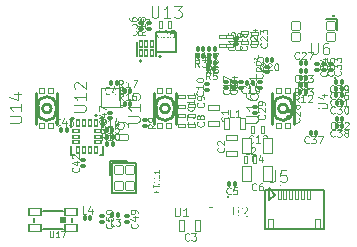
<source format=gbr>
%TF.GenerationSoftware,KiCad,Pcbnew,7.0.7*%
%TF.CreationDate,2023-11-24T16:48:55-08:00*%
%TF.ProjectId,beeper-design,62656570-6572-42d6-9465-7369676e2e6b,rev?*%
%TF.SameCoordinates,Original*%
%TF.FileFunction,Legend,Top*%
%TF.FilePolarity,Positive*%
%FSLAX46Y46*%
G04 Gerber Fmt 4.6, Leading zero omitted, Abs format (unit mm)*
G04 Created by KiCad (PCBNEW 7.0.7) date 2023-11-24 16:48:55*
%MOMM*%
%LPD*%
G01*
G04 APERTURE LIST*
G04 Aperture macros list*
%AMRoundRect*
0 Rectangle with rounded corners*
0 $1 Rounding radius*
0 $2 $3 $4 $5 $6 $7 $8 $9 X,Y pos of 4 corners*
0 Add a 4 corners polygon primitive as box body*
4,1,4,$2,$3,$4,$5,$6,$7,$8,$9,$2,$3,0*
0 Add four circle primitives for the rounded corners*
1,1,$1+$1,$2,$3*
1,1,$1+$1,$4,$5*
1,1,$1+$1,$6,$7*
1,1,$1+$1,$8,$9*
0 Add four rect primitives between the rounded corners*
20,1,$1+$1,$2,$3,$4,$5,0*
20,1,$1+$1,$4,$5,$6,$7,0*
20,1,$1+$1,$6,$7,$8,$9,0*
20,1,$1+$1,$8,$9,$2,$3,0*%
G04 Aperture macros list end*
%ADD10C,0.100000*%
%ADD11C,0.150000*%
%ADD12C,0.076200*%
%ADD13C,0.180000*%
%ADD14C,0.152000*%
%ADD15C,0.200000*%
%ADD16C,0.254000*%
%ADD17C,0.203200*%
%ADD18RoundRect,0.050000X-0.079155X0.165000X-0.079155X-0.165000X0.079155X-0.165000X0.079155X0.165000X0*%
%ADD19RoundRect,0.050000X0.079155X-0.165000X0.079155X0.165000X-0.079155X0.165000X-0.079155X-0.165000X0*%
%ADD20RoundRect,0.050000X-0.165000X-0.079155X0.165000X-0.079155X0.165000X0.079155X-0.165000X0.079155X0*%
%ADD21RoundRect,0.050800X-0.500000X-0.300000X0.500000X-0.300000X0.500000X0.300000X-0.500000X0.300000X0*%
%ADD22C,0.991000*%
%ADD23RoundRect,0.050000X-0.140139X0.300000X-0.140139X-0.300000X0.140139X-0.300000X0.140139X0.300000X0*%
%ADD24RoundRect,0.050000X0.206066X-0.475000X0.206066X0.475000X-0.206066X0.475000X-0.206066X-0.475000X0*%
%ADD25RoundRect,0.050000X0.140139X-0.300000X0.140139X0.300000X-0.140139X0.300000X-0.140139X-0.300000X0*%
%ADD26RoundRect,0.050000X-0.300000X-0.140139X0.300000X-0.140139X0.300000X0.140139X-0.300000X0.140139X0*%
%ADD27C,0.364500*%
%ADD28O,0.832000X1.562000*%
%ADD29O,1.302000X2.502000*%
%ADD30O,1.152000X2.202000*%
%ADD31RoundRect,0.050000X0.165000X0.079155X-0.165000X0.079155X-0.165000X-0.079155X0.165000X-0.079155X0*%
%ADD32C,0.260000*%
%ADD33RoundRect,0.051000X-0.150000X-0.400000X0.150000X-0.400000X0.150000X0.400000X-0.150000X0.400000X0*%
%ADD34RoundRect,0.051000X-0.200000X-0.400000X0.200000X-0.400000X0.200000X0.400000X-0.200000X0.400000X0*%
%ADD35RoundRect,0.051000X-0.350000X0.375000X-0.350000X-0.375000X0.350000X-0.375000X0.350000X0.375000X0*%
%ADD36RoundRect,0.050000X-0.206066X0.475000X-0.206066X-0.475000X0.206066X-0.475000X0.206066X0.475000X0*%
%ADD37RoundRect,0.051000X-0.150000X-0.260000X0.150000X-0.260000X0.150000X0.260000X-0.150000X0.260000X0*%
%ADD38RoundRect,0.050000X0.475000X0.206066X-0.475000X0.206066X-0.475000X-0.206066X0.475000X-0.206066X0*%
%ADD39RoundRect,0.050000X-0.475000X-0.206066X0.475000X-0.206066X0.475000X0.206066X-0.475000X0.206066X0*%
%ADD40C,0.352000*%
%ADD41C,0.340000*%
%ADD42RoundRect,0.051000X0.225000X-0.225000X0.225000X0.225000X-0.225000X0.225000X-0.225000X-0.225000X0*%
%ADD43RoundRect,0.050000X-0.355277X0.650000X-0.355277X-0.650000X0.355277X-0.650000X0.355277X0.650000X0*%
%ADD44C,0.314500*%
%ADD45RoundRect,0.051000X-0.140000X0.250000X-0.140000X-0.250000X0.140000X-0.250000X0.140000X0.250000X0*%
%ADD46RoundRect,0.051000X-0.250000X0.140000X-0.250000X-0.140000X0.250000X-0.140000X0.250000X0.140000X0*%
%ADD47RoundRect,0.050000X0.350000X0.350000X-0.350000X0.350000X-0.350000X-0.350000X0.350000X-0.350000X0*%
G04 APERTURE END LIST*
D10*
X133486425Y-116666872D02*
X133200711Y-116666872D01*
X133200711Y-116666872D02*
X133200711Y-116066872D01*
X133629282Y-116066872D02*
X134000710Y-116066872D01*
X134000710Y-116066872D02*
X133800710Y-116295443D01*
X133800710Y-116295443D02*
X133886425Y-116295443D01*
X133886425Y-116295443D02*
X133943568Y-116324015D01*
X133943568Y-116324015D02*
X133972139Y-116352586D01*
X133972139Y-116352586D02*
X134000710Y-116409729D01*
X134000710Y-116409729D02*
X134000710Y-116552586D01*
X134000710Y-116552586D02*
X133972139Y-116609729D01*
X133972139Y-116609729D02*
X133943568Y-116638301D01*
X133943568Y-116638301D02*
X133886425Y-116666872D01*
X133886425Y-116666872D02*
X133714996Y-116666872D01*
X133714996Y-116666872D02*
X133657853Y-116638301D01*
X133657853Y-116638301D02*
X133629282Y-116609729D01*
X131138224Y-115644311D02*
X130852510Y-115644311D01*
X130852510Y-115644311D02*
X130852510Y-115044311D01*
X131595367Y-115244311D02*
X131595367Y-115644311D01*
X131452509Y-115015740D02*
X131309652Y-115444311D01*
X131309652Y-115444311D02*
X131681081Y-115444311D01*
X135441523Y-116488104D02*
X135470095Y-116516676D01*
X135470095Y-116516676D02*
X135498666Y-116602390D01*
X135498666Y-116602390D02*
X135498666Y-116659533D01*
X135498666Y-116659533D02*
X135470095Y-116745247D01*
X135470095Y-116745247D02*
X135412952Y-116802390D01*
X135412952Y-116802390D02*
X135355809Y-116830961D01*
X135355809Y-116830961D02*
X135241523Y-116859533D01*
X135241523Y-116859533D02*
X135155809Y-116859533D01*
X135155809Y-116859533D02*
X135041523Y-116830961D01*
X135041523Y-116830961D02*
X134984380Y-116802390D01*
X134984380Y-116802390D02*
X134927237Y-116745247D01*
X134927237Y-116745247D02*
X134898666Y-116659533D01*
X134898666Y-116659533D02*
X134898666Y-116602390D01*
X134898666Y-116602390D02*
X134927237Y-116516676D01*
X134927237Y-116516676D02*
X134955809Y-116488104D01*
X135098666Y-115973819D02*
X135498666Y-115973819D01*
X134870095Y-116116676D02*
X135298666Y-116259533D01*
X135298666Y-116259533D02*
X135298666Y-115888104D01*
X135498666Y-115630961D02*
X135498666Y-115516675D01*
X135498666Y-115516675D02*
X135470095Y-115459532D01*
X135470095Y-115459532D02*
X135441523Y-115430961D01*
X135441523Y-115430961D02*
X135355809Y-115373818D01*
X135355809Y-115373818D02*
X135241523Y-115345247D01*
X135241523Y-115345247D02*
X135012952Y-115345247D01*
X135012952Y-115345247D02*
X134955809Y-115373818D01*
X134955809Y-115373818D02*
X134927237Y-115402390D01*
X134927237Y-115402390D02*
X134898666Y-115459532D01*
X134898666Y-115459532D02*
X134898666Y-115573818D01*
X134898666Y-115573818D02*
X134927237Y-115630961D01*
X134927237Y-115630961D02*
X134955809Y-115659532D01*
X134955809Y-115659532D02*
X135012952Y-115688104D01*
X135012952Y-115688104D02*
X135155809Y-115688104D01*
X135155809Y-115688104D02*
X135212952Y-115659532D01*
X135212952Y-115659532D02*
X135241523Y-115630961D01*
X135241523Y-115630961D02*
X135270095Y-115573818D01*
X135270095Y-115573818D02*
X135270095Y-115459532D01*
X135270095Y-115459532D02*
X135241523Y-115402390D01*
X135241523Y-115402390D02*
X135212952Y-115373818D01*
X135212952Y-115373818D02*
X135155809Y-115345247D01*
X128075332Y-117162004D02*
X128075332Y-117566766D01*
X128075332Y-117566766D02*
X128099142Y-117614385D01*
X128099142Y-117614385D02*
X128122951Y-117638195D01*
X128122951Y-117638195D02*
X128170570Y-117662004D01*
X128170570Y-117662004D02*
X128265808Y-117662004D01*
X128265808Y-117662004D02*
X128313427Y-117638195D01*
X128313427Y-117638195D02*
X128337237Y-117614385D01*
X128337237Y-117614385D02*
X128361046Y-117566766D01*
X128361046Y-117566766D02*
X128361046Y-117162004D01*
X128861047Y-117662004D02*
X128575333Y-117662004D01*
X128718190Y-117662004D02*
X128718190Y-117162004D01*
X128718190Y-117162004D02*
X128670571Y-117233433D01*
X128670571Y-117233433D02*
X128622952Y-117281052D01*
X128622952Y-117281052D02*
X128575333Y-117304861D01*
X129027713Y-117162004D02*
X129361046Y-117162004D01*
X129361046Y-117162004D02*
X129146761Y-117662004D01*
X133310386Y-116486918D02*
X133338958Y-116515490D01*
X133338958Y-116515490D02*
X133367529Y-116601204D01*
X133367529Y-116601204D02*
X133367529Y-116658347D01*
X133367529Y-116658347D02*
X133338958Y-116744061D01*
X133338958Y-116744061D02*
X133281815Y-116801204D01*
X133281815Y-116801204D02*
X133224672Y-116829775D01*
X133224672Y-116829775D02*
X133110386Y-116858347D01*
X133110386Y-116858347D02*
X133024672Y-116858347D01*
X133024672Y-116858347D02*
X132910386Y-116829775D01*
X132910386Y-116829775D02*
X132853243Y-116801204D01*
X132853243Y-116801204D02*
X132796100Y-116744061D01*
X132796100Y-116744061D02*
X132767529Y-116658347D01*
X132767529Y-116658347D02*
X132767529Y-116601204D01*
X132767529Y-116601204D02*
X132796100Y-116515490D01*
X132796100Y-116515490D02*
X132824672Y-116486918D01*
X132767529Y-115944061D02*
X132767529Y-116229775D01*
X132767529Y-116229775D02*
X133053243Y-116258347D01*
X133053243Y-116258347D02*
X133024672Y-116229775D01*
X133024672Y-116229775D02*
X132996100Y-116172633D01*
X132996100Y-116172633D02*
X132996100Y-116029775D01*
X132996100Y-116029775D02*
X133024672Y-115972633D01*
X133024672Y-115972633D02*
X133053243Y-115944061D01*
X133053243Y-115944061D02*
X133110386Y-115915490D01*
X133110386Y-115915490D02*
X133253243Y-115915490D01*
X133253243Y-115915490D02*
X133310386Y-115944061D01*
X133310386Y-115944061D02*
X133338958Y-115972633D01*
X133338958Y-115972633D02*
X133367529Y-116029775D01*
X133367529Y-116029775D02*
X133367529Y-116172633D01*
X133367529Y-116172633D02*
X133338958Y-116229775D01*
X133338958Y-116229775D02*
X133310386Y-116258347D01*
X132767529Y-115544061D02*
X132767529Y-115486918D01*
X132767529Y-115486918D02*
X132796100Y-115429775D01*
X132796100Y-115429775D02*
X132824672Y-115401204D01*
X132824672Y-115401204D02*
X132881815Y-115372632D01*
X132881815Y-115372632D02*
X132996100Y-115344061D01*
X132996100Y-115344061D02*
X133138958Y-115344061D01*
X133138958Y-115344061D02*
X133253243Y-115372632D01*
X133253243Y-115372632D02*
X133310386Y-115401204D01*
X133310386Y-115401204D02*
X133338958Y-115429775D01*
X133338958Y-115429775D02*
X133367529Y-115486918D01*
X133367529Y-115486918D02*
X133367529Y-115544061D01*
X133367529Y-115544061D02*
X133338958Y-115601204D01*
X133338958Y-115601204D02*
X133310386Y-115629775D01*
X133310386Y-115629775D02*
X133253243Y-115658346D01*
X133253243Y-115658346D02*
X133138958Y-115686918D01*
X133138958Y-115686918D02*
X132996100Y-115686918D01*
X132996100Y-115686918D02*
X132881815Y-115658346D01*
X132881815Y-115658346D02*
X132824672Y-115629775D01*
X132824672Y-115629775D02*
X132796100Y-115601204D01*
X132796100Y-115601204D02*
X132767529Y-115544061D01*
X145290479Y-109571066D02*
X145261907Y-109599638D01*
X145261907Y-109599638D02*
X145176193Y-109628209D01*
X145176193Y-109628209D02*
X145119050Y-109628209D01*
X145119050Y-109628209D02*
X145033336Y-109599638D01*
X145033336Y-109599638D02*
X144976193Y-109542495D01*
X144976193Y-109542495D02*
X144947622Y-109485352D01*
X144947622Y-109485352D02*
X144919050Y-109371066D01*
X144919050Y-109371066D02*
X144919050Y-109285352D01*
X144919050Y-109285352D02*
X144947622Y-109171066D01*
X144947622Y-109171066D02*
X144976193Y-109113923D01*
X144976193Y-109113923D02*
X145033336Y-109056780D01*
X145033336Y-109056780D02*
X145119050Y-109028209D01*
X145119050Y-109028209D02*
X145176193Y-109028209D01*
X145176193Y-109028209D02*
X145261907Y-109056780D01*
X145261907Y-109056780D02*
X145290479Y-109085352D01*
X145861907Y-109628209D02*
X145519050Y-109628209D01*
X145690479Y-109628209D02*
X145690479Y-109028209D01*
X145690479Y-109028209D02*
X145633336Y-109113923D01*
X145633336Y-109113923D02*
X145576193Y-109171066D01*
X145576193Y-109171066D02*
X145519050Y-109199638D01*
X146090479Y-109085352D02*
X146119051Y-109056780D01*
X146119051Y-109056780D02*
X146176194Y-109028209D01*
X146176194Y-109028209D02*
X146319051Y-109028209D01*
X146319051Y-109028209D02*
X146376194Y-109056780D01*
X146376194Y-109056780D02*
X146404765Y-109085352D01*
X146404765Y-109085352D02*
X146433336Y-109142495D01*
X146433336Y-109142495D02*
X146433336Y-109199638D01*
X146433336Y-109199638D02*
X146404765Y-109285352D01*
X146404765Y-109285352D02*
X146061908Y-109628209D01*
X146061908Y-109628209D02*
X146433336Y-109628209D01*
X143607042Y-107444031D02*
X143321328Y-107444031D01*
X143321328Y-107444031D02*
X143321328Y-106844031D01*
X144121327Y-107444031D02*
X143778470Y-107444031D01*
X143949899Y-107444031D02*
X143949899Y-106844031D01*
X143949899Y-106844031D02*
X143892756Y-106929745D01*
X143892756Y-106929745D02*
X143835613Y-106986888D01*
X143835613Y-106986888D02*
X143778470Y-107015460D01*
X149437024Y-105072554D02*
X149237024Y-104786840D01*
X149094167Y-105072554D02*
X149094167Y-104472554D01*
X149094167Y-104472554D02*
X149322738Y-104472554D01*
X149322738Y-104472554D02*
X149379881Y-104501125D01*
X149379881Y-104501125D02*
X149408452Y-104529697D01*
X149408452Y-104529697D02*
X149437024Y-104586840D01*
X149437024Y-104586840D02*
X149437024Y-104672554D01*
X149437024Y-104672554D02*
X149408452Y-104729697D01*
X149408452Y-104729697D02*
X149379881Y-104758268D01*
X149379881Y-104758268D02*
X149322738Y-104786840D01*
X149322738Y-104786840D02*
X149094167Y-104786840D01*
X150008452Y-105072554D02*
X149665595Y-105072554D01*
X149837024Y-105072554D02*
X149837024Y-104472554D01*
X149837024Y-104472554D02*
X149779881Y-104558268D01*
X149779881Y-104558268D02*
X149722738Y-104615411D01*
X149722738Y-104615411D02*
X149665595Y-104643983D01*
X144939195Y-110638189D02*
X144653481Y-110638189D01*
X144653481Y-110638189D02*
X144653481Y-110038189D01*
X145110623Y-110095332D02*
X145139195Y-110066760D01*
X145139195Y-110066760D02*
X145196338Y-110038189D01*
X145196338Y-110038189D02*
X145339195Y-110038189D01*
X145339195Y-110038189D02*
X145396338Y-110066760D01*
X145396338Y-110066760D02*
X145424909Y-110095332D01*
X145424909Y-110095332D02*
X145453480Y-110152475D01*
X145453480Y-110152475D02*
X145453480Y-110209618D01*
X145453480Y-110209618D02*
X145424909Y-110295332D01*
X145424909Y-110295332D02*
X145082052Y-110638189D01*
X145082052Y-110638189D02*
X145453480Y-110638189D01*
X140232754Y-106558637D02*
X140261326Y-106587209D01*
X140261326Y-106587209D02*
X140289897Y-106672923D01*
X140289897Y-106672923D02*
X140289897Y-106730066D01*
X140289897Y-106730066D02*
X140261326Y-106815780D01*
X140261326Y-106815780D02*
X140204183Y-106872923D01*
X140204183Y-106872923D02*
X140147040Y-106901494D01*
X140147040Y-106901494D02*
X140032754Y-106930066D01*
X140032754Y-106930066D02*
X139947040Y-106930066D01*
X139947040Y-106930066D02*
X139832754Y-106901494D01*
X139832754Y-106901494D02*
X139775611Y-106872923D01*
X139775611Y-106872923D02*
X139718468Y-106815780D01*
X139718468Y-106815780D02*
X139689897Y-106730066D01*
X139689897Y-106730066D02*
X139689897Y-106672923D01*
X139689897Y-106672923D02*
X139718468Y-106587209D01*
X139718468Y-106587209D02*
X139747040Y-106558637D01*
X140289897Y-105987209D02*
X140289897Y-106330066D01*
X140289897Y-106158637D02*
X139689897Y-106158637D01*
X139689897Y-106158637D02*
X139775611Y-106215780D01*
X139775611Y-106215780D02*
X139832754Y-106272923D01*
X139832754Y-106272923D02*
X139861326Y-106330066D01*
X140289897Y-105415780D02*
X140289897Y-105758637D01*
X140289897Y-105587208D02*
X139689897Y-105587208D01*
X139689897Y-105587208D02*
X139775611Y-105644351D01*
X139775611Y-105644351D02*
X139832754Y-105701494D01*
X139832754Y-105701494D02*
X139861326Y-105758637D01*
X138608736Y-115136850D02*
X138608736Y-115743993D01*
X138608736Y-115743993D02*
X138644450Y-115815421D01*
X138644450Y-115815421D02*
X138680165Y-115851136D01*
X138680165Y-115851136D02*
X138751593Y-115886850D01*
X138751593Y-115886850D02*
X138894450Y-115886850D01*
X138894450Y-115886850D02*
X138965879Y-115851136D01*
X138965879Y-115851136D02*
X139001593Y-115815421D01*
X139001593Y-115815421D02*
X139037307Y-115743993D01*
X139037307Y-115743993D02*
X139037307Y-115136850D01*
X139787307Y-115886850D02*
X139358736Y-115886850D01*
X139573021Y-115886850D02*
X139573021Y-115136850D01*
X139573021Y-115136850D02*
X139501593Y-115243993D01*
X139501593Y-115243993D02*
X139430164Y-115315421D01*
X139430164Y-115315421D02*
X139358736Y-115351136D01*
X136969834Y-108090122D02*
X136684120Y-108290122D01*
X136969834Y-108432979D02*
X136369834Y-108432979D01*
X136369834Y-108432979D02*
X136369834Y-108204408D01*
X136369834Y-108204408D02*
X136398405Y-108147265D01*
X136398405Y-108147265D02*
X136426977Y-108118694D01*
X136426977Y-108118694D02*
X136484120Y-108090122D01*
X136484120Y-108090122D02*
X136569834Y-108090122D01*
X136569834Y-108090122D02*
X136626977Y-108118694D01*
X136626977Y-108118694D02*
X136655548Y-108147265D01*
X136655548Y-108147265D02*
X136684120Y-108204408D01*
X136684120Y-108204408D02*
X136684120Y-108432979D01*
X136969834Y-107804408D02*
X136969834Y-107690122D01*
X136969834Y-107690122D02*
X136941263Y-107632979D01*
X136941263Y-107632979D02*
X136912691Y-107604408D01*
X136912691Y-107604408D02*
X136826977Y-107547265D01*
X136826977Y-107547265D02*
X136712691Y-107518694D01*
X136712691Y-107518694D02*
X136484120Y-107518694D01*
X136484120Y-107518694D02*
X136426977Y-107547265D01*
X136426977Y-107547265D02*
X136398405Y-107575837D01*
X136398405Y-107575837D02*
X136369834Y-107632979D01*
X136369834Y-107632979D02*
X136369834Y-107747265D01*
X136369834Y-107747265D02*
X136398405Y-107804408D01*
X136398405Y-107804408D02*
X136426977Y-107832979D01*
X136426977Y-107832979D02*
X136484120Y-107861551D01*
X136484120Y-107861551D02*
X136626977Y-107861551D01*
X136626977Y-107861551D02*
X136684120Y-107832979D01*
X136684120Y-107832979D02*
X136712691Y-107804408D01*
X136712691Y-107804408D02*
X136741263Y-107747265D01*
X136741263Y-107747265D02*
X136741263Y-107632979D01*
X136741263Y-107632979D02*
X136712691Y-107575837D01*
X136712691Y-107575837D02*
X136684120Y-107547265D01*
X136684120Y-107547265D02*
X136626977Y-107518694D01*
X132769766Y-109415144D02*
X132569766Y-109129430D01*
X132426909Y-109415144D02*
X132426909Y-108815144D01*
X132426909Y-108815144D02*
X132655480Y-108815144D01*
X132655480Y-108815144D02*
X132712623Y-108843715D01*
X132712623Y-108843715D02*
X132741194Y-108872287D01*
X132741194Y-108872287D02*
X132769766Y-108929430D01*
X132769766Y-108929430D02*
X132769766Y-109015144D01*
X132769766Y-109015144D02*
X132741194Y-109072287D01*
X132741194Y-109072287D02*
X132712623Y-109100858D01*
X132712623Y-109100858D02*
X132655480Y-109129430D01*
X132655480Y-109129430D02*
X132426909Y-109129430D01*
X133341194Y-109415144D02*
X132998337Y-109415144D01*
X133169766Y-109415144D02*
X133169766Y-108815144D01*
X133169766Y-108815144D02*
X133112623Y-108900858D01*
X133112623Y-108900858D02*
X133055480Y-108958001D01*
X133055480Y-108958001D02*
X132998337Y-108986573D01*
X133712623Y-108815144D02*
X133769766Y-108815144D01*
X133769766Y-108815144D02*
X133826909Y-108843715D01*
X133826909Y-108843715D02*
X133855481Y-108872287D01*
X133855481Y-108872287D02*
X133884052Y-108929430D01*
X133884052Y-108929430D02*
X133912623Y-109043715D01*
X133912623Y-109043715D02*
X133912623Y-109186573D01*
X133912623Y-109186573D02*
X133884052Y-109300858D01*
X133884052Y-109300858D02*
X133855481Y-109358001D01*
X133855481Y-109358001D02*
X133826909Y-109386573D01*
X133826909Y-109386573D02*
X133769766Y-109415144D01*
X133769766Y-109415144D02*
X133712623Y-109415144D01*
X133712623Y-109415144D02*
X133655481Y-109386573D01*
X133655481Y-109386573D02*
X133626909Y-109358001D01*
X133626909Y-109358001D02*
X133598338Y-109300858D01*
X133598338Y-109300858D02*
X133569766Y-109186573D01*
X133569766Y-109186573D02*
X133569766Y-109043715D01*
X133569766Y-109043715D02*
X133598338Y-108929430D01*
X133598338Y-108929430D02*
X133626909Y-108872287D01*
X133626909Y-108872287D02*
X133655481Y-108843715D01*
X133655481Y-108843715D02*
X133712623Y-108815144D01*
X135334162Y-100163190D02*
X135362734Y-100191762D01*
X135362734Y-100191762D02*
X135391305Y-100277476D01*
X135391305Y-100277476D02*
X135391305Y-100334619D01*
X135391305Y-100334619D02*
X135362734Y-100420333D01*
X135362734Y-100420333D02*
X135305591Y-100477476D01*
X135305591Y-100477476D02*
X135248448Y-100506047D01*
X135248448Y-100506047D02*
X135134162Y-100534619D01*
X135134162Y-100534619D02*
X135048448Y-100534619D01*
X135048448Y-100534619D02*
X134934162Y-100506047D01*
X134934162Y-100506047D02*
X134877019Y-100477476D01*
X134877019Y-100477476D02*
X134819876Y-100420333D01*
X134819876Y-100420333D02*
X134791305Y-100334619D01*
X134791305Y-100334619D02*
X134791305Y-100277476D01*
X134791305Y-100277476D02*
X134819876Y-100191762D01*
X134819876Y-100191762D02*
X134848448Y-100163190D01*
X134791305Y-99963190D02*
X134791305Y-99591762D01*
X134791305Y-99591762D02*
X135019876Y-99791762D01*
X135019876Y-99791762D02*
X135019876Y-99706047D01*
X135019876Y-99706047D02*
X135048448Y-99648905D01*
X135048448Y-99648905D02*
X135077019Y-99620333D01*
X135077019Y-99620333D02*
X135134162Y-99591762D01*
X135134162Y-99591762D02*
X135277019Y-99591762D01*
X135277019Y-99591762D02*
X135334162Y-99620333D01*
X135334162Y-99620333D02*
X135362734Y-99648905D01*
X135362734Y-99648905D02*
X135391305Y-99706047D01*
X135391305Y-99706047D02*
X135391305Y-99877476D01*
X135391305Y-99877476D02*
X135362734Y-99934619D01*
X135362734Y-99934619D02*
X135334162Y-99963190D01*
X134791305Y-99077476D02*
X134791305Y-99191761D01*
X134791305Y-99191761D02*
X134819876Y-99248904D01*
X134819876Y-99248904D02*
X134848448Y-99277476D01*
X134848448Y-99277476D02*
X134934162Y-99334618D01*
X134934162Y-99334618D02*
X135048448Y-99363190D01*
X135048448Y-99363190D02*
X135277019Y-99363190D01*
X135277019Y-99363190D02*
X135334162Y-99334618D01*
X135334162Y-99334618D02*
X135362734Y-99306047D01*
X135362734Y-99306047D02*
X135391305Y-99248904D01*
X135391305Y-99248904D02*
X135391305Y-99134618D01*
X135391305Y-99134618D02*
X135362734Y-99077476D01*
X135362734Y-99077476D02*
X135334162Y-99048904D01*
X135334162Y-99048904D02*
X135277019Y-99020333D01*
X135277019Y-99020333D02*
X135134162Y-99020333D01*
X135134162Y-99020333D02*
X135077019Y-99048904D01*
X135077019Y-99048904D02*
X135048448Y-99077476D01*
X135048448Y-99077476D02*
X135019876Y-99134618D01*
X135019876Y-99134618D02*
X135019876Y-99248904D01*
X135019876Y-99248904D02*
X135048448Y-99306047D01*
X135048448Y-99306047D02*
X135077019Y-99334618D01*
X135077019Y-99334618D02*
X135134162Y-99363190D01*
X150776240Y-106736525D02*
X151383383Y-106736525D01*
X151383383Y-106736525D02*
X151454811Y-106700811D01*
X151454811Y-106700811D02*
X151490526Y-106665097D01*
X151490526Y-106665097D02*
X151526240Y-106593668D01*
X151526240Y-106593668D02*
X151526240Y-106450811D01*
X151526240Y-106450811D02*
X151490526Y-106379382D01*
X151490526Y-106379382D02*
X151454811Y-106343668D01*
X151454811Y-106343668D02*
X151383383Y-106307954D01*
X151383383Y-106307954D02*
X150776240Y-106307954D01*
X151026240Y-105629383D02*
X151526240Y-105629383D01*
X150740526Y-105807954D02*
X151276240Y-105986525D01*
X151276240Y-105986525D02*
X151276240Y-105522240D01*
X136116038Y-100150372D02*
X135830324Y-100350372D01*
X136116038Y-100493229D02*
X135516038Y-100493229D01*
X135516038Y-100493229D02*
X135516038Y-100264658D01*
X135516038Y-100264658D02*
X135544609Y-100207515D01*
X135544609Y-100207515D02*
X135573181Y-100178944D01*
X135573181Y-100178944D02*
X135630324Y-100150372D01*
X135630324Y-100150372D02*
X135716038Y-100150372D01*
X135716038Y-100150372D02*
X135773181Y-100178944D01*
X135773181Y-100178944D02*
X135801752Y-100207515D01*
X135801752Y-100207515D02*
X135830324Y-100264658D01*
X135830324Y-100264658D02*
X135830324Y-100493229D01*
X136116038Y-99578944D02*
X136116038Y-99921801D01*
X136116038Y-99750372D02*
X135516038Y-99750372D01*
X135516038Y-99750372D02*
X135601752Y-99807515D01*
X135601752Y-99807515D02*
X135658895Y-99864658D01*
X135658895Y-99864658D02*
X135687467Y-99921801D01*
X135773181Y-99236086D02*
X135744609Y-99293229D01*
X135744609Y-99293229D02*
X135716038Y-99321800D01*
X135716038Y-99321800D02*
X135658895Y-99350372D01*
X135658895Y-99350372D02*
X135630324Y-99350372D01*
X135630324Y-99350372D02*
X135573181Y-99321800D01*
X135573181Y-99321800D02*
X135544609Y-99293229D01*
X135544609Y-99293229D02*
X135516038Y-99236086D01*
X135516038Y-99236086D02*
X135516038Y-99121800D01*
X135516038Y-99121800D02*
X135544609Y-99064658D01*
X135544609Y-99064658D02*
X135573181Y-99036086D01*
X135573181Y-99036086D02*
X135630324Y-99007515D01*
X135630324Y-99007515D02*
X135658895Y-99007515D01*
X135658895Y-99007515D02*
X135716038Y-99036086D01*
X135716038Y-99036086D02*
X135744609Y-99064658D01*
X135744609Y-99064658D02*
X135773181Y-99121800D01*
X135773181Y-99121800D02*
X135773181Y-99236086D01*
X135773181Y-99236086D02*
X135801752Y-99293229D01*
X135801752Y-99293229D02*
X135830324Y-99321800D01*
X135830324Y-99321800D02*
X135887467Y-99350372D01*
X135887467Y-99350372D02*
X136001752Y-99350372D01*
X136001752Y-99350372D02*
X136058895Y-99321800D01*
X136058895Y-99321800D02*
X136087467Y-99293229D01*
X136087467Y-99293229D02*
X136116038Y-99236086D01*
X136116038Y-99236086D02*
X136116038Y-99121800D01*
X136116038Y-99121800D02*
X136087467Y-99064658D01*
X136087467Y-99064658D02*
X136058895Y-99036086D01*
X136058895Y-99036086D02*
X136001752Y-99007515D01*
X136001752Y-99007515D02*
X135887467Y-99007515D01*
X135887467Y-99007515D02*
X135830324Y-99036086D01*
X135830324Y-99036086D02*
X135801752Y-99064658D01*
X135801752Y-99064658D02*
X135773181Y-99121800D01*
X146553884Y-111969419D02*
X146553884Y-112778942D01*
X146553884Y-112778942D02*
X146601503Y-112874180D01*
X146601503Y-112874180D02*
X146649122Y-112921800D01*
X146649122Y-112921800D02*
X146744360Y-112969419D01*
X146744360Y-112969419D02*
X146934836Y-112969419D01*
X146934836Y-112969419D02*
X147030074Y-112921800D01*
X147030074Y-112921800D02*
X147077693Y-112874180D01*
X147077693Y-112874180D02*
X147125312Y-112778942D01*
X147125312Y-112778942D02*
X147125312Y-111969419D01*
X148077693Y-111969419D02*
X147601503Y-111969419D01*
X147601503Y-111969419D02*
X147553884Y-112445609D01*
X147553884Y-112445609D02*
X147601503Y-112397990D01*
X147601503Y-112397990D02*
X147696741Y-112350371D01*
X147696741Y-112350371D02*
X147934836Y-112350371D01*
X147934836Y-112350371D02*
X148030074Y-112397990D01*
X148030074Y-112397990D02*
X148077693Y-112445609D01*
X148077693Y-112445609D02*
X148125312Y-112540847D01*
X148125312Y-112540847D02*
X148125312Y-112778942D01*
X148125312Y-112778942D02*
X148077693Y-112874180D01*
X148077693Y-112874180D02*
X148030074Y-112921800D01*
X148030074Y-112921800D02*
X147934836Y-112969419D01*
X147934836Y-112969419D02*
X147696741Y-112969419D01*
X147696741Y-112969419D02*
X147601503Y-112921800D01*
X147601503Y-112921800D02*
X147553884Y-112874180D01*
X132745866Y-108781693D02*
X132545866Y-108495979D01*
X132403009Y-108781693D02*
X132403009Y-108181693D01*
X132403009Y-108181693D02*
X132631580Y-108181693D01*
X132631580Y-108181693D02*
X132688723Y-108210264D01*
X132688723Y-108210264D02*
X132717294Y-108238836D01*
X132717294Y-108238836D02*
X132745866Y-108295979D01*
X132745866Y-108295979D02*
X132745866Y-108381693D01*
X132745866Y-108381693D02*
X132717294Y-108438836D01*
X132717294Y-108438836D02*
X132688723Y-108467407D01*
X132688723Y-108467407D02*
X132631580Y-108495979D01*
X132631580Y-108495979D02*
X132403009Y-108495979D01*
X133317294Y-108781693D02*
X132974437Y-108781693D01*
X133145866Y-108781693D02*
X133145866Y-108181693D01*
X133145866Y-108181693D02*
X133088723Y-108267407D01*
X133088723Y-108267407D02*
X133031580Y-108324550D01*
X133031580Y-108324550D02*
X132974437Y-108353122D01*
X133860152Y-108181693D02*
X133574438Y-108181693D01*
X133574438Y-108181693D02*
X133545866Y-108467407D01*
X133545866Y-108467407D02*
X133574438Y-108438836D01*
X133574438Y-108438836D02*
X133631581Y-108410264D01*
X133631581Y-108410264D02*
X133774438Y-108410264D01*
X133774438Y-108410264D02*
X133831581Y-108438836D01*
X133831581Y-108438836D02*
X133860152Y-108467407D01*
X133860152Y-108467407D02*
X133888723Y-108524550D01*
X133888723Y-108524550D02*
X133888723Y-108667407D01*
X133888723Y-108667407D02*
X133860152Y-108724550D01*
X133860152Y-108724550D02*
X133831581Y-108753122D01*
X133831581Y-108753122D02*
X133774438Y-108781693D01*
X133774438Y-108781693D02*
X133631581Y-108781693D01*
X133631581Y-108781693D02*
X133574438Y-108753122D01*
X133574438Y-108753122D02*
X133545866Y-108724550D01*
X136797235Y-113945566D02*
X137297235Y-113612233D01*
X136797235Y-113612233D02*
X137297235Y-113945566D01*
X136797235Y-113493185D02*
X136797235Y-113207471D01*
X137297235Y-113350328D02*
X136797235Y-113350328D01*
X137154378Y-113064614D02*
X137154378Y-112826519D01*
X137297235Y-113112233D02*
X136797235Y-112945567D01*
X136797235Y-112945567D02*
X137297235Y-112778900D01*
X137297235Y-112374139D02*
X137297235Y-112612234D01*
X137297235Y-112612234D02*
X136797235Y-112612234D01*
X137297235Y-111945567D02*
X137297235Y-112231281D01*
X137297235Y-112088424D02*
X136797235Y-112088424D01*
X136797235Y-112088424D02*
X136868664Y-112136043D01*
X136868664Y-112136043D02*
X136916283Y-112183662D01*
X136916283Y-112183662D02*
X136940092Y-112231281D01*
X139846741Y-117868471D02*
X139818169Y-117897043D01*
X139818169Y-117897043D02*
X139732455Y-117925614D01*
X139732455Y-117925614D02*
X139675312Y-117925614D01*
X139675312Y-117925614D02*
X139589598Y-117897043D01*
X139589598Y-117897043D02*
X139532455Y-117839900D01*
X139532455Y-117839900D02*
X139503884Y-117782757D01*
X139503884Y-117782757D02*
X139475312Y-117668471D01*
X139475312Y-117668471D02*
X139475312Y-117582757D01*
X139475312Y-117582757D02*
X139503884Y-117468471D01*
X139503884Y-117468471D02*
X139532455Y-117411328D01*
X139532455Y-117411328D02*
X139589598Y-117354185D01*
X139589598Y-117354185D02*
X139675312Y-117325614D01*
X139675312Y-117325614D02*
X139732455Y-117325614D01*
X139732455Y-117325614D02*
X139818169Y-117354185D01*
X139818169Y-117354185D02*
X139846741Y-117382757D01*
X140046741Y-117325614D02*
X140418169Y-117325614D01*
X140418169Y-117325614D02*
X140218169Y-117554185D01*
X140218169Y-117554185D02*
X140303884Y-117554185D01*
X140303884Y-117554185D02*
X140361027Y-117582757D01*
X140361027Y-117582757D02*
X140389598Y-117611328D01*
X140389598Y-117611328D02*
X140418169Y-117668471D01*
X140418169Y-117668471D02*
X140418169Y-117811328D01*
X140418169Y-117811328D02*
X140389598Y-117868471D01*
X140389598Y-117868471D02*
X140361027Y-117897043D01*
X140361027Y-117897043D02*
X140303884Y-117925614D01*
X140303884Y-117925614D02*
X140132455Y-117925614D01*
X140132455Y-117925614D02*
X140075312Y-117897043D01*
X140075312Y-117897043D02*
X140046741Y-117868471D01*
X135666171Y-99141713D02*
X135666171Y-99546475D01*
X135666171Y-99546475D02*
X135689981Y-99594094D01*
X135689981Y-99594094D02*
X135713790Y-99617904D01*
X135713790Y-99617904D02*
X135761409Y-99641713D01*
X135761409Y-99641713D02*
X135856647Y-99641713D01*
X135856647Y-99641713D02*
X135904266Y-99617904D01*
X135904266Y-99617904D02*
X135928076Y-99594094D01*
X135928076Y-99594094D02*
X135951885Y-99546475D01*
X135951885Y-99546475D02*
X135951885Y-99141713D01*
X136142362Y-99141713D02*
X136475695Y-99141713D01*
X136475695Y-99141713D02*
X136261410Y-99641713D01*
X142772556Y-110054104D02*
X142801128Y-110082676D01*
X142801128Y-110082676D02*
X142829699Y-110168390D01*
X142829699Y-110168390D02*
X142829699Y-110225533D01*
X142829699Y-110225533D02*
X142801128Y-110311247D01*
X142801128Y-110311247D02*
X142743985Y-110368390D01*
X142743985Y-110368390D02*
X142686842Y-110396961D01*
X142686842Y-110396961D02*
X142572556Y-110425533D01*
X142572556Y-110425533D02*
X142486842Y-110425533D01*
X142486842Y-110425533D02*
X142372556Y-110396961D01*
X142372556Y-110396961D02*
X142315413Y-110368390D01*
X142315413Y-110368390D02*
X142258270Y-110311247D01*
X142258270Y-110311247D02*
X142229699Y-110225533D01*
X142229699Y-110225533D02*
X142229699Y-110168390D01*
X142229699Y-110168390D02*
X142258270Y-110082676D01*
X142258270Y-110082676D02*
X142286842Y-110054104D01*
X142286842Y-109825533D02*
X142258270Y-109796961D01*
X142258270Y-109796961D02*
X142229699Y-109739819D01*
X142229699Y-109739819D02*
X142229699Y-109596961D01*
X142229699Y-109596961D02*
X142258270Y-109539819D01*
X142258270Y-109539819D02*
X142286842Y-109511247D01*
X142286842Y-109511247D02*
X142343985Y-109482676D01*
X142343985Y-109482676D02*
X142401128Y-109482676D01*
X142401128Y-109482676D02*
X142486842Y-109511247D01*
X142486842Y-109511247D02*
X142829699Y-109854104D01*
X142829699Y-109854104D02*
X142829699Y-109482676D01*
X132736037Y-108221904D02*
X132536037Y-107936190D01*
X132393180Y-108221904D02*
X132393180Y-107621904D01*
X132393180Y-107621904D02*
X132621751Y-107621904D01*
X132621751Y-107621904D02*
X132678894Y-107650475D01*
X132678894Y-107650475D02*
X132707465Y-107679047D01*
X132707465Y-107679047D02*
X132736037Y-107736190D01*
X132736037Y-107736190D02*
X132736037Y-107821904D01*
X132736037Y-107821904D02*
X132707465Y-107879047D01*
X132707465Y-107879047D02*
X132678894Y-107907618D01*
X132678894Y-107907618D02*
X132621751Y-107936190D01*
X132621751Y-107936190D02*
X132393180Y-107936190D01*
X133307465Y-108221904D02*
X132964608Y-108221904D01*
X133136037Y-108221904D02*
X133136037Y-107621904D01*
X133136037Y-107621904D02*
X133078894Y-107707618D01*
X133078894Y-107707618D02*
X133021751Y-107764761D01*
X133021751Y-107764761D02*
X132964608Y-107793333D01*
X133821752Y-107821904D02*
X133821752Y-108221904D01*
X133678894Y-107593333D02*
X133536037Y-108021904D01*
X133536037Y-108021904D02*
X133907466Y-108021904D01*
X143120840Y-107461450D02*
X143149412Y-107490022D01*
X143149412Y-107490022D02*
X143177983Y-107575736D01*
X143177983Y-107575736D02*
X143177983Y-107632879D01*
X143177983Y-107632879D02*
X143149412Y-107718593D01*
X143149412Y-107718593D02*
X143092269Y-107775736D01*
X143092269Y-107775736D02*
X143035126Y-107804307D01*
X143035126Y-107804307D02*
X142920840Y-107832879D01*
X142920840Y-107832879D02*
X142835126Y-107832879D01*
X142835126Y-107832879D02*
X142720840Y-107804307D01*
X142720840Y-107804307D02*
X142663697Y-107775736D01*
X142663697Y-107775736D02*
X142606554Y-107718593D01*
X142606554Y-107718593D02*
X142577983Y-107632879D01*
X142577983Y-107632879D02*
X142577983Y-107575736D01*
X142577983Y-107575736D02*
X142606554Y-107490022D01*
X142606554Y-107490022D02*
X142635126Y-107461450D01*
X143177983Y-106890022D02*
X143177983Y-107232879D01*
X143177983Y-107061450D02*
X142577983Y-107061450D01*
X142577983Y-107061450D02*
X142663697Y-107118593D01*
X142663697Y-107118593D02*
X142720840Y-107175736D01*
X142720840Y-107175736D02*
X142749412Y-107232879D01*
X149152029Y-105645978D02*
X148952029Y-105360264D01*
X148809172Y-105645978D02*
X148809172Y-105045978D01*
X148809172Y-105045978D02*
X149037743Y-105045978D01*
X149037743Y-105045978D02*
X149094886Y-105074549D01*
X149094886Y-105074549D02*
X149123457Y-105103121D01*
X149123457Y-105103121D02*
X149152029Y-105160264D01*
X149152029Y-105160264D02*
X149152029Y-105245978D01*
X149152029Y-105245978D02*
X149123457Y-105303121D01*
X149123457Y-105303121D02*
X149094886Y-105331692D01*
X149094886Y-105331692D02*
X149037743Y-105360264D01*
X149037743Y-105360264D02*
X148809172Y-105360264D01*
X149723457Y-105645978D02*
X149380600Y-105645978D01*
X149552029Y-105645978D02*
X149552029Y-105045978D01*
X149552029Y-105045978D02*
X149494886Y-105131692D01*
X149494886Y-105131692D02*
X149437743Y-105188835D01*
X149437743Y-105188835D02*
X149380600Y-105217407D01*
X149923458Y-105045978D02*
X150294886Y-105045978D01*
X150294886Y-105045978D02*
X150094886Y-105274549D01*
X150094886Y-105274549D02*
X150180601Y-105274549D01*
X150180601Y-105274549D02*
X150237744Y-105303121D01*
X150237744Y-105303121D02*
X150266315Y-105331692D01*
X150266315Y-105331692D02*
X150294886Y-105388835D01*
X150294886Y-105388835D02*
X150294886Y-105531692D01*
X150294886Y-105531692D02*
X150266315Y-105588835D01*
X150266315Y-105588835D02*
X150237744Y-105617407D01*
X150237744Y-105617407D02*
X150180601Y-105645978D01*
X150180601Y-105645978D02*
X150009172Y-105645978D01*
X150009172Y-105645978D02*
X149952029Y-105617407D01*
X149952029Y-105617407D02*
X149923458Y-105588835D01*
X149151525Y-104446480D02*
X149122953Y-104475052D01*
X149122953Y-104475052D02*
X149037239Y-104503623D01*
X149037239Y-104503623D02*
X148980096Y-104503623D01*
X148980096Y-104503623D02*
X148894382Y-104475052D01*
X148894382Y-104475052D02*
X148837239Y-104417909D01*
X148837239Y-104417909D02*
X148808668Y-104360766D01*
X148808668Y-104360766D02*
X148780096Y-104246480D01*
X148780096Y-104246480D02*
X148780096Y-104160766D01*
X148780096Y-104160766D02*
X148808668Y-104046480D01*
X148808668Y-104046480D02*
X148837239Y-103989337D01*
X148837239Y-103989337D02*
X148894382Y-103932194D01*
X148894382Y-103932194D02*
X148980096Y-103903623D01*
X148980096Y-103903623D02*
X149037239Y-103903623D01*
X149037239Y-103903623D02*
X149122953Y-103932194D01*
X149122953Y-103932194D02*
X149151525Y-103960766D01*
X149722953Y-104503623D02*
X149380096Y-104503623D01*
X149551525Y-104503623D02*
X149551525Y-103903623D01*
X149551525Y-103903623D02*
X149494382Y-103989337D01*
X149494382Y-103989337D02*
X149437239Y-104046480D01*
X149437239Y-104046480D02*
X149380096Y-104075052D01*
X149922954Y-103903623D02*
X150294382Y-103903623D01*
X150294382Y-103903623D02*
X150094382Y-104132194D01*
X150094382Y-104132194D02*
X150180097Y-104132194D01*
X150180097Y-104132194D02*
X150237240Y-104160766D01*
X150237240Y-104160766D02*
X150265811Y-104189337D01*
X150265811Y-104189337D02*
X150294382Y-104246480D01*
X150294382Y-104246480D02*
X150294382Y-104389337D01*
X150294382Y-104389337D02*
X150265811Y-104446480D01*
X150265811Y-104446480D02*
X150237240Y-104475052D01*
X150237240Y-104475052D02*
X150180097Y-104503623D01*
X150180097Y-104503623D02*
X150008668Y-104503623D01*
X150008668Y-104503623D02*
X149951525Y-104475052D01*
X149951525Y-104475052D02*
X149922954Y-104446480D01*
X141675155Y-102629197D02*
X141475155Y-102343483D01*
X141332298Y-102629197D02*
X141332298Y-102029197D01*
X141332298Y-102029197D02*
X141560869Y-102029197D01*
X141560869Y-102029197D02*
X141618012Y-102057768D01*
X141618012Y-102057768D02*
X141646583Y-102086340D01*
X141646583Y-102086340D02*
X141675155Y-102143483D01*
X141675155Y-102143483D02*
X141675155Y-102229197D01*
X141675155Y-102229197D02*
X141646583Y-102286340D01*
X141646583Y-102286340D02*
X141618012Y-102314911D01*
X141618012Y-102314911D02*
X141560869Y-102343483D01*
X141560869Y-102343483D02*
X141332298Y-102343483D01*
X141875155Y-102029197D02*
X142275155Y-102029197D01*
X142275155Y-102029197D02*
X142018012Y-102629197D01*
X141602538Y-104280528D02*
X141402538Y-103994814D01*
X141259681Y-104280528D02*
X141259681Y-103680528D01*
X141259681Y-103680528D02*
X141488252Y-103680528D01*
X141488252Y-103680528D02*
X141545395Y-103709099D01*
X141545395Y-103709099D02*
X141573966Y-103737671D01*
X141573966Y-103737671D02*
X141602538Y-103794814D01*
X141602538Y-103794814D02*
X141602538Y-103880528D01*
X141602538Y-103880528D02*
X141573966Y-103937671D01*
X141573966Y-103937671D02*
X141545395Y-103966242D01*
X141545395Y-103966242D02*
X141488252Y-103994814D01*
X141488252Y-103994814D02*
X141259681Y-103994814D01*
X142145395Y-103680528D02*
X141859681Y-103680528D01*
X141859681Y-103680528D02*
X141831109Y-103966242D01*
X141831109Y-103966242D02*
X141859681Y-103937671D01*
X141859681Y-103937671D02*
X141916824Y-103909099D01*
X141916824Y-103909099D02*
X142059681Y-103909099D01*
X142059681Y-103909099D02*
X142116824Y-103937671D01*
X142116824Y-103937671D02*
X142145395Y-103966242D01*
X142145395Y-103966242D02*
X142173966Y-104023385D01*
X142173966Y-104023385D02*
X142173966Y-104166242D01*
X142173966Y-104166242D02*
X142145395Y-104223385D01*
X142145395Y-104223385D02*
X142116824Y-104251957D01*
X142116824Y-104251957D02*
X142059681Y-104280528D01*
X142059681Y-104280528D02*
X141916824Y-104280528D01*
X141916824Y-104280528D02*
X141859681Y-104251957D01*
X141859681Y-104251957D02*
X141831109Y-104223385D01*
X141698040Y-103742764D02*
X141498040Y-103457050D01*
X141355183Y-103742764D02*
X141355183Y-103142764D01*
X141355183Y-103142764D02*
X141583754Y-103142764D01*
X141583754Y-103142764D02*
X141640897Y-103171335D01*
X141640897Y-103171335D02*
X141669468Y-103199907D01*
X141669468Y-103199907D02*
X141698040Y-103257050D01*
X141698040Y-103257050D02*
X141698040Y-103342764D01*
X141698040Y-103342764D02*
X141669468Y-103399907D01*
X141669468Y-103399907D02*
X141640897Y-103428478D01*
X141640897Y-103428478D02*
X141583754Y-103457050D01*
X141583754Y-103457050D02*
X141355183Y-103457050D01*
X142212326Y-103142764D02*
X142098040Y-103142764D01*
X142098040Y-103142764D02*
X142040897Y-103171335D01*
X142040897Y-103171335D02*
X142012326Y-103199907D01*
X142012326Y-103199907D02*
X141955183Y-103285621D01*
X141955183Y-103285621D02*
X141926611Y-103399907D01*
X141926611Y-103399907D02*
X141926611Y-103628478D01*
X141926611Y-103628478D02*
X141955183Y-103685621D01*
X141955183Y-103685621D02*
X141983754Y-103714193D01*
X141983754Y-103714193D02*
X142040897Y-103742764D01*
X142040897Y-103742764D02*
X142155183Y-103742764D01*
X142155183Y-103742764D02*
X142212326Y-103714193D01*
X142212326Y-103714193D02*
X142240897Y-103685621D01*
X142240897Y-103685621D02*
X142269468Y-103628478D01*
X142269468Y-103628478D02*
X142269468Y-103485621D01*
X142269468Y-103485621D02*
X142240897Y-103428478D01*
X142240897Y-103428478D02*
X142212326Y-103399907D01*
X142212326Y-103399907D02*
X142155183Y-103371335D01*
X142155183Y-103371335D02*
X142040897Y-103371335D01*
X142040897Y-103371335D02*
X141983754Y-103399907D01*
X141983754Y-103399907D02*
X141955183Y-103428478D01*
X141955183Y-103428478D02*
X141926611Y-103485621D01*
X152177064Y-109088599D02*
X152148492Y-109117171D01*
X152148492Y-109117171D02*
X152062778Y-109145742D01*
X152062778Y-109145742D02*
X152005635Y-109145742D01*
X152005635Y-109145742D02*
X151919921Y-109117171D01*
X151919921Y-109117171D02*
X151862778Y-109060028D01*
X151862778Y-109060028D02*
X151834207Y-109002885D01*
X151834207Y-109002885D02*
X151805635Y-108888599D01*
X151805635Y-108888599D02*
X151805635Y-108802885D01*
X151805635Y-108802885D02*
X151834207Y-108688599D01*
X151834207Y-108688599D02*
X151862778Y-108631456D01*
X151862778Y-108631456D02*
X151919921Y-108574313D01*
X151919921Y-108574313D02*
X152005635Y-108545742D01*
X152005635Y-108545742D02*
X152062778Y-108545742D01*
X152062778Y-108545742D02*
X152148492Y-108574313D01*
X152148492Y-108574313D02*
X152177064Y-108602885D01*
X152377064Y-108545742D02*
X152748492Y-108545742D01*
X152748492Y-108545742D02*
X152548492Y-108774313D01*
X152548492Y-108774313D02*
X152634207Y-108774313D01*
X152634207Y-108774313D02*
X152691350Y-108802885D01*
X152691350Y-108802885D02*
X152719921Y-108831456D01*
X152719921Y-108831456D02*
X152748492Y-108888599D01*
X152748492Y-108888599D02*
X152748492Y-109031456D01*
X152748492Y-109031456D02*
X152719921Y-109088599D01*
X152719921Y-109088599D02*
X152691350Y-109117171D01*
X152691350Y-109117171D02*
X152634207Y-109145742D01*
X152634207Y-109145742D02*
X152462778Y-109145742D01*
X152462778Y-109145742D02*
X152405635Y-109117171D01*
X152405635Y-109117171D02*
X152377064Y-109088599D01*
X153091350Y-108802885D02*
X153034207Y-108774313D01*
X153034207Y-108774313D02*
X153005636Y-108745742D01*
X153005636Y-108745742D02*
X152977064Y-108688599D01*
X152977064Y-108688599D02*
X152977064Y-108660028D01*
X152977064Y-108660028D02*
X153005636Y-108602885D01*
X153005636Y-108602885D02*
X153034207Y-108574313D01*
X153034207Y-108574313D02*
X153091350Y-108545742D01*
X153091350Y-108545742D02*
X153205636Y-108545742D01*
X153205636Y-108545742D02*
X153262779Y-108574313D01*
X153262779Y-108574313D02*
X153291350Y-108602885D01*
X153291350Y-108602885D02*
X153319921Y-108660028D01*
X153319921Y-108660028D02*
X153319921Y-108688599D01*
X153319921Y-108688599D02*
X153291350Y-108745742D01*
X153291350Y-108745742D02*
X153262779Y-108774313D01*
X153262779Y-108774313D02*
X153205636Y-108802885D01*
X153205636Y-108802885D02*
X153091350Y-108802885D01*
X153091350Y-108802885D02*
X153034207Y-108831456D01*
X153034207Y-108831456D02*
X153005636Y-108860028D01*
X153005636Y-108860028D02*
X152977064Y-108917171D01*
X152977064Y-108917171D02*
X152977064Y-109031456D01*
X152977064Y-109031456D02*
X153005636Y-109088599D01*
X153005636Y-109088599D02*
X153034207Y-109117171D01*
X153034207Y-109117171D02*
X153091350Y-109145742D01*
X153091350Y-109145742D02*
X153205636Y-109145742D01*
X153205636Y-109145742D02*
X153262779Y-109117171D01*
X153262779Y-109117171D02*
X153291350Y-109088599D01*
X153291350Y-109088599D02*
X153319921Y-109031456D01*
X153319921Y-109031456D02*
X153319921Y-108917171D01*
X153319921Y-108917171D02*
X153291350Y-108860028D01*
X153291350Y-108860028D02*
X153262779Y-108831456D01*
X153262779Y-108831456D02*
X153205636Y-108802885D01*
X128886490Y-108158450D02*
X128857918Y-108187022D01*
X128857918Y-108187022D02*
X128772204Y-108215593D01*
X128772204Y-108215593D02*
X128715061Y-108215593D01*
X128715061Y-108215593D02*
X128629347Y-108187022D01*
X128629347Y-108187022D02*
X128572204Y-108129879D01*
X128572204Y-108129879D02*
X128543633Y-108072736D01*
X128543633Y-108072736D02*
X128515061Y-107958450D01*
X128515061Y-107958450D02*
X128515061Y-107872736D01*
X128515061Y-107872736D02*
X128543633Y-107758450D01*
X128543633Y-107758450D02*
X128572204Y-107701307D01*
X128572204Y-107701307D02*
X128629347Y-107644164D01*
X128629347Y-107644164D02*
X128715061Y-107615593D01*
X128715061Y-107615593D02*
X128772204Y-107615593D01*
X128772204Y-107615593D02*
X128857918Y-107644164D01*
X128857918Y-107644164D02*
X128886490Y-107672736D01*
X129400776Y-107815593D02*
X129400776Y-108215593D01*
X129257918Y-107587022D02*
X129115061Y-108015593D01*
X129115061Y-108015593D02*
X129486490Y-108015593D01*
X129657919Y-107615593D02*
X130029347Y-107615593D01*
X130029347Y-107615593D02*
X129829347Y-107844164D01*
X129829347Y-107844164D02*
X129915062Y-107844164D01*
X129915062Y-107844164D02*
X129972205Y-107872736D01*
X129972205Y-107872736D02*
X130000776Y-107901307D01*
X130000776Y-107901307D02*
X130029347Y-107958450D01*
X130029347Y-107958450D02*
X130029347Y-108101307D01*
X130029347Y-108101307D02*
X130000776Y-108158450D01*
X130000776Y-108158450D02*
X129972205Y-108187022D01*
X129972205Y-108187022D02*
X129915062Y-108215593D01*
X129915062Y-108215593D02*
X129743633Y-108215593D01*
X129743633Y-108215593D02*
X129686490Y-108187022D01*
X129686490Y-108187022D02*
X129657919Y-108158450D01*
X149977211Y-109630735D02*
X149948639Y-109659307D01*
X149948639Y-109659307D02*
X149862925Y-109687878D01*
X149862925Y-109687878D02*
X149805782Y-109687878D01*
X149805782Y-109687878D02*
X149720068Y-109659307D01*
X149720068Y-109659307D02*
X149662925Y-109602164D01*
X149662925Y-109602164D02*
X149634354Y-109545021D01*
X149634354Y-109545021D02*
X149605782Y-109430735D01*
X149605782Y-109430735D02*
X149605782Y-109345021D01*
X149605782Y-109345021D02*
X149634354Y-109230735D01*
X149634354Y-109230735D02*
X149662925Y-109173592D01*
X149662925Y-109173592D02*
X149720068Y-109116449D01*
X149720068Y-109116449D02*
X149805782Y-109087878D01*
X149805782Y-109087878D02*
X149862925Y-109087878D01*
X149862925Y-109087878D02*
X149948639Y-109116449D01*
X149948639Y-109116449D02*
X149977211Y-109145021D01*
X150177211Y-109087878D02*
X150548639Y-109087878D01*
X150548639Y-109087878D02*
X150348639Y-109316449D01*
X150348639Y-109316449D02*
X150434354Y-109316449D01*
X150434354Y-109316449D02*
X150491497Y-109345021D01*
X150491497Y-109345021D02*
X150520068Y-109373592D01*
X150520068Y-109373592D02*
X150548639Y-109430735D01*
X150548639Y-109430735D02*
X150548639Y-109573592D01*
X150548639Y-109573592D02*
X150520068Y-109630735D01*
X150520068Y-109630735D02*
X150491497Y-109659307D01*
X150491497Y-109659307D02*
X150434354Y-109687878D01*
X150434354Y-109687878D02*
X150262925Y-109687878D01*
X150262925Y-109687878D02*
X150205782Y-109659307D01*
X150205782Y-109659307D02*
X150177211Y-109630735D01*
X150748640Y-109087878D02*
X151148640Y-109087878D01*
X151148640Y-109087878D02*
X150891497Y-109687878D01*
X149147698Y-107576920D02*
X149176270Y-107605492D01*
X149176270Y-107605492D02*
X149204841Y-107691206D01*
X149204841Y-107691206D02*
X149204841Y-107748349D01*
X149204841Y-107748349D02*
X149176270Y-107834063D01*
X149176270Y-107834063D02*
X149119127Y-107891206D01*
X149119127Y-107891206D02*
X149061984Y-107919777D01*
X149061984Y-107919777D02*
X148947698Y-107948349D01*
X148947698Y-107948349D02*
X148861984Y-107948349D01*
X148861984Y-107948349D02*
X148747698Y-107919777D01*
X148747698Y-107919777D02*
X148690555Y-107891206D01*
X148690555Y-107891206D02*
X148633412Y-107834063D01*
X148633412Y-107834063D02*
X148604841Y-107748349D01*
X148604841Y-107748349D02*
X148604841Y-107691206D01*
X148604841Y-107691206D02*
X148633412Y-107605492D01*
X148633412Y-107605492D02*
X148661984Y-107576920D01*
X148661984Y-107348349D02*
X148633412Y-107319777D01*
X148633412Y-107319777D02*
X148604841Y-107262635D01*
X148604841Y-107262635D02*
X148604841Y-107119777D01*
X148604841Y-107119777D02*
X148633412Y-107062635D01*
X148633412Y-107062635D02*
X148661984Y-107034063D01*
X148661984Y-107034063D02*
X148719127Y-107005492D01*
X148719127Y-107005492D02*
X148776270Y-107005492D01*
X148776270Y-107005492D02*
X148861984Y-107034063D01*
X148861984Y-107034063D02*
X149204841Y-107376920D01*
X149204841Y-107376920D02*
X149204841Y-107005492D01*
X148861984Y-106662634D02*
X148833412Y-106719777D01*
X148833412Y-106719777D02*
X148804841Y-106748348D01*
X148804841Y-106748348D02*
X148747698Y-106776920D01*
X148747698Y-106776920D02*
X148719127Y-106776920D01*
X148719127Y-106776920D02*
X148661984Y-106748348D01*
X148661984Y-106748348D02*
X148633412Y-106719777D01*
X148633412Y-106719777D02*
X148604841Y-106662634D01*
X148604841Y-106662634D02*
X148604841Y-106548348D01*
X148604841Y-106548348D02*
X148633412Y-106491206D01*
X148633412Y-106491206D02*
X148661984Y-106462634D01*
X148661984Y-106462634D02*
X148719127Y-106434063D01*
X148719127Y-106434063D02*
X148747698Y-106434063D01*
X148747698Y-106434063D02*
X148804841Y-106462634D01*
X148804841Y-106462634D02*
X148833412Y-106491206D01*
X148833412Y-106491206D02*
X148861984Y-106548348D01*
X148861984Y-106548348D02*
X148861984Y-106662634D01*
X148861984Y-106662634D02*
X148890555Y-106719777D01*
X148890555Y-106719777D02*
X148919127Y-106748348D01*
X148919127Y-106748348D02*
X148976270Y-106776920D01*
X148976270Y-106776920D02*
X149090555Y-106776920D01*
X149090555Y-106776920D02*
X149147698Y-106748348D01*
X149147698Y-106748348D02*
X149176270Y-106719777D01*
X149176270Y-106719777D02*
X149204841Y-106662634D01*
X149204841Y-106662634D02*
X149204841Y-106548348D01*
X149204841Y-106548348D02*
X149176270Y-106491206D01*
X149176270Y-106491206D02*
X149147698Y-106462634D01*
X149147698Y-106462634D02*
X149090555Y-106434063D01*
X149090555Y-106434063D02*
X148976270Y-106434063D01*
X148976270Y-106434063D02*
X148919127Y-106462634D01*
X148919127Y-106462634D02*
X148890555Y-106491206D01*
X148890555Y-106491206D02*
X148861984Y-106548348D01*
X146227088Y-107283362D02*
X146255660Y-107311934D01*
X146255660Y-107311934D02*
X146284231Y-107397648D01*
X146284231Y-107397648D02*
X146284231Y-107454791D01*
X146284231Y-107454791D02*
X146255660Y-107540505D01*
X146255660Y-107540505D02*
X146198517Y-107597648D01*
X146198517Y-107597648D02*
X146141374Y-107626219D01*
X146141374Y-107626219D02*
X146027088Y-107654791D01*
X146027088Y-107654791D02*
X145941374Y-107654791D01*
X145941374Y-107654791D02*
X145827088Y-107626219D01*
X145827088Y-107626219D02*
X145769945Y-107597648D01*
X145769945Y-107597648D02*
X145712802Y-107540505D01*
X145712802Y-107540505D02*
X145684231Y-107454791D01*
X145684231Y-107454791D02*
X145684231Y-107397648D01*
X145684231Y-107397648D02*
X145712802Y-107311934D01*
X145712802Y-107311934D02*
X145741374Y-107283362D01*
X145741374Y-107054791D02*
X145712802Y-107026219D01*
X145712802Y-107026219D02*
X145684231Y-106969077D01*
X145684231Y-106969077D02*
X145684231Y-106826219D01*
X145684231Y-106826219D02*
X145712802Y-106769077D01*
X145712802Y-106769077D02*
X145741374Y-106740505D01*
X145741374Y-106740505D02*
X145798517Y-106711934D01*
X145798517Y-106711934D02*
X145855660Y-106711934D01*
X145855660Y-106711934D02*
X145941374Y-106740505D01*
X145941374Y-106740505D02*
X146284231Y-107083362D01*
X146284231Y-107083362D02*
X146284231Y-106711934D01*
X146284231Y-106426219D02*
X146284231Y-106311933D01*
X146284231Y-106311933D02*
X146255660Y-106254790D01*
X146255660Y-106254790D02*
X146227088Y-106226219D01*
X146227088Y-106226219D02*
X146141374Y-106169076D01*
X146141374Y-106169076D02*
X146027088Y-106140505D01*
X146027088Y-106140505D02*
X145798517Y-106140505D01*
X145798517Y-106140505D02*
X145741374Y-106169076D01*
X145741374Y-106169076D02*
X145712802Y-106197648D01*
X145712802Y-106197648D02*
X145684231Y-106254790D01*
X145684231Y-106254790D02*
X145684231Y-106369076D01*
X145684231Y-106369076D02*
X145712802Y-106426219D01*
X145712802Y-106426219D02*
X145741374Y-106454790D01*
X145741374Y-106454790D02*
X145798517Y-106483362D01*
X145798517Y-106483362D02*
X145941374Y-106483362D01*
X145941374Y-106483362D02*
X145998517Y-106454790D01*
X145998517Y-106454790D02*
X146027088Y-106426219D01*
X146027088Y-106426219D02*
X146055660Y-106369076D01*
X146055660Y-106369076D02*
X146055660Y-106254790D01*
X146055660Y-106254790D02*
X146027088Y-106197648D01*
X146027088Y-106197648D02*
X145998517Y-106169076D01*
X145998517Y-106169076D02*
X145941374Y-106140505D01*
X143881774Y-104872807D02*
X143596060Y-105072807D01*
X143881774Y-105215664D02*
X143281774Y-105215664D01*
X143281774Y-105215664D02*
X143281774Y-104987093D01*
X143281774Y-104987093D02*
X143310345Y-104929950D01*
X143310345Y-104929950D02*
X143338917Y-104901379D01*
X143338917Y-104901379D02*
X143396060Y-104872807D01*
X143396060Y-104872807D02*
X143481774Y-104872807D01*
X143481774Y-104872807D02*
X143538917Y-104901379D01*
X143538917Y-104901379D02*
X143567488Y-104929950D01*
X143567488Y-104929950D02*
X143596060Y-104987093D01*
X143596060Y-104987093D02*
X143596060Y-105215664D01*
X143538917Y-104529950D02*
X143510345Y-104587093D01*
X143510345Y-104587093D02*
X143481774Y-104615664D01*
X143481774Y-104615664D02*
X143424631Y-104644236D01*
X143424631Y-104644236D02*
X143396060Y-104644236D01*
X143396060Y-104644236D02*
X143338917Y-104615664D01*
X143338917Y-104615664D02*
X143310345Y-104587093D01*
X143310345Y-104587093D02*
X143281774Y-104529950D01*
X143281774Y-104529950D02*
X143281774Y-104415664D01*
X143281774Y-104415664D02*
X143310345Y-104358522D01*
X143310345Y-104358522D02*
X143338917Y-104329950D01*
X143338917Y-104329950D02*
X143396060Y-104301379D01*
X143396060Y-104301379D02*
X143424631Y-104301379D01*
X143424631Y-104301379D02*
X143481774Y-104329950D01*
X143481774Y-104329950D02*
X143510345Y-104358522D01*
X143510345Y-104358522D02*
X143538917Y-104415664D01*
X143538917Y-104415664D02*
X143538917Y-104529950D01*
X143538917Y-104529950D02*
X143567488Y-104587093D01*
X143567488Y-104587093D02*
X143596060Y-104615664D01*
X143596060Y-104615664D02*
X143653203Y-104644236D01*
X143653203Y-104644236D02*
X143767488Y-104644236D01*
X143767488Y-104644236D02*
X143824631Y-104615664D01*
X143824631Y-104615664D02*
X143853203Y-104587093D01*
X143853203Y-104587093D02*
X143881774Y-104529950D01*
X143881774Y-104529950D02*
X143881774Y-104415664D01*
X143881774Y-104415664D02*
X143853203Y-104358522D01*
X143853203Y-104358522D02*
X143824631Y-104329950D01*
X143824631Y-104329950D02*
X143767488Y-104301379D01*
X143767488Y-104301379D02*
X143653203Y-104301379D01*
X143653203Y-104301379D02*
X143596060Y-104329950D01*
X143596060Y-104329950D02*
X143567488Y-104358522D01*
X143567488Y-104358522D02*
X143538917Y-104415664D01*
X143591139Y-115060600D02*
X143591139Y-115667743D01*
X143591139Y-115667743D02*
X143626853Y-115739171D01*
X143626853Y-115739171D02*
X143662568Y-115774886D01*
X143662568Y-115774886D02*
X143733996Y-115810600D01*
X143733996Y-115810600D02*
X143876853Y-115810600D01*
X143876853Y-115810600D02*
X143948282Y-115774886D01*
X143948282Y-115774886D02*
X143983996Y-115739171D01*
X143983996Y-115739171D02*
X144019710Y-115667743D01*
X144019710Y-115667743D02*
X144019710Y-115060600D01*
X144341139Y-115132028D02*
X144376853Y-115096314D01*
X144376853Y-115096314D02*
X144448282Y-115060600D01*
X144448282Y-115060600D02*
X144626853Y-115060600D01*
X144626853Y-115060600D02*
X144698282Y-115096314D01*
X144698282Y-115096314D02*
X144733996Y-115132028D01*
X144733996Y-115132028D02*
X144769710Y-115203457D01*
X144769710Y-115203457D02*
X144769710Y-115274886D01*
X144769710Y-115274886D02*
X144733996Y-115382028D01*
X144733996Y-115382028D02*
X144305424Y-115810600D01*
X144305424Y-115810600D02*
X144769710Y-115810600D01*
X130479852Y-111759980D02*
X130508424Y-111788552D01*
X130508424Y-111788552D02*
X130536995Y-111874266D01*
X130536995Y-111874266D02*
X130536995Y-111931409D01*
X130536995Y-111931409D02*
X130508424Y-112017123D01*
X130508424Y-112017123D02*
X130451281Y-112074266D01*
X130451281Y-112074266D02*
X130394138Y-112102837D01*
X130394138Y-112102837D02*
X130279852Y-112131409D01*
X130279852Y-112131409D02*
X130194138Y-112131409D01*
X130194138Y-112131409D02*
X130079852Y-112102837D01*
X130079852Y-112102837D02*
X130022709Y-112074266D01*
X130022709Y-112074266D02*
X129965566Y-112017123D01*
X129965566Y-112017123D02*
X129936995Y-111931409D01*
X129936995Y-111931409D02*
X129936995Y-111874266D01*
X129936995Y-111874266D02*
X129965566Y-111788552D01*
X129965566Y-111788552D02*
X129994138Y-111759980D01*
X130136995Y-111245695D02*
X130536995Y-111245695D01*
X129908424Y-111388552D02*
X130336995Y-111531409D01*
X130336995Y-111531409D02*
X130336995Y-111159980D01*
X129994138Y-110959980D02*
X129965566Y-110931408D01*
X129965566Y-110931408D02*
X129936995Y-110874266D01*
X129936995Y-110874266D02*
X129936995Y-110731408D01*
X129936995Y-110731408D02*
X129965566Y-110674266D01*
X129965566Y-110674266D02*
X129994138Y-110645694D01*
X129994138Y-110645694D02*
X130051281Y-110617123D01*
X130051281Y-110617123D02*
X130108424Y-110617123D01*
X130108424Y-110617123D02*
X130194138Y-110645694D01*
X130194138Y-110645694D02*
X130536995Y-110988551D01*
X130536995Y-110988551D02*
X130536995Y-110617123D01*
X149122363Y-106227811D02*
X148922363Y-105942097D01*
X148779506Y-106227811D02*
X148779506Y-105627811D01*
X148779506Y-105627811D02*
X149008077Y-105627811D01*
X149008077Y-105627811D02*
X149065220Y-105656382D01*
X149065220Y-105656382D02*
X149093791Y-105684954D01*
X149093791Y-105684954D02*
X149122363Y-105742097D01*
X149122363Y-105742097D02*
X149122363Y-105827811D01*
X149122363Y-105827811D02*
X149093791Y-105884954D01*
X149093791Y-105884954D02*
X149065220Y-105913525D01*
X149065220Y-105913525D02*
X149008077Y-105942097D01*
X149008077Y-105942097D02*
X148779506Y-105942097D01*
X149693791Y-106227811D02*
X149350934Y-106227811D01*
X149522363Y-106227811D02*
X149522363Y-105627811D01*
X149522363Y-105627811D02*
X149465220Y-105713525D01*
X149465220Y-105713525D02*
X149408077Y-105770668D01*
X149408077Y-105770668D02*
X149350934Y-105799240D01*
X149922363Y-105684954D02*
X149950935Y-105656382D01*
X149950935Y-105656382D02*
X150008078Y-105627811D01*
X150008078Y-105627811D02*
X150150935Y-105627811D01*
X150150935Y-105627811D02*
X150208078Y-105656382D01*
X150208078Y-105656382D02*
X150236649Y-105684954D01*
X150236649Y-105684954D02*
X150265220Y-105742097D01*
X150265220Y-105742097D02*
X150265220Y-105799240D01*
X150265220Y-105799240D02*
X150236649Y-105884954D01*
X150236649Y-105884954D02*
X149893792Y-106227811D01*
X149893792Y-106227811D02*
X150265220Y-106227811D01*
X143673046Y-101453089D02*
X143701618Y-101481661D01*
X143701618Y-101481661D02*
X143730189Y-101567375D01*
X143730189Y-101567375D02*
X143730189Y-101624518D01*
X143730189Y-101624518D02*
X143701618Y-101710232D01*
X143701618Y-101710232D02*
X143644475Y-101767375D01*
X143644475Y-101767375D02*
X143587332Y-101795946D01*
X143587332Y-101795946D02*
X143473046Y-101824518D01*
X143473046Y-101824518D02*
X143387332Y-101824518D01*
X143387332Y-101824518D02*
X143273046Y-101795946D01*
X143273046Y-101795946D02*
X143215903Y-101767375D01*
X143215903Y-101767375D02*
X143158760Y-101710232D01*
X143158760Y-101710232D02*
X143130189Y-101624518D01*
X143130189Y-101624518D02*
X143130189Y-101567375D01*
X143130189Y-101567375D02*
X143158760Y-101481661D01*
X143158760Y-101481661D02*
X143187332Y-101453089D01*
X143730189Y-100881661D02*
X143730189Y-101224518D01*
X143730189Y-101053089D02*
X143130189Y-101053089D01*
X143130189Y-101053089D02*
X143215903Y-101110232D01*
X143215903Y-101110232D02*
X143273046Y-101167375D01*
X143273046Y-101167375D02*
X143301618Y-101224518D01*
X143130189Y-100338803D02*
X143130189Y-100624517D01*
X143130189Y-100624517D02*
X143415903Y-100653089D01*
X143415903Y-100653089D02*
X143387332Y-100624517D01*
X143387332Y-100624517D02*
X143358760Y-100567375D01*
X143358760Y-100567375D02*
X143358760Y-100424517D01*
X143358760Y-100424517D02*
X143387332Y-100367375D01*
X143387332Y-100367375D02*
X143415903Y-100338803D01*
X143415903Y-100338803D02*
X143473046Y-100310232D01*
X143473046Y-100310232D02*
X143615903Y-100310232D01*
X143615903Y-100310232D02*
X143673046Y-100338803D01*
X143673046Y-100338803D02*
X143701618Y-100367375D01*
X143701618Y-100367375D02*
X143730189Y-100424517D01*
X143730189Y-100424517D02*
X143730189Y-100567375D01*
X143730189Y-100567375D02*
X143701618Y-100624517D01*
X143701618Y-100624517D02*
X143673046Y-100653089D01*
X144678248Y-101465181D02*
X144706820Y-101493753D01*
X144706820Y-101493753D02*
X144735391Y-101579467D01*
X144735391Y-101579467D02*
X144735391Y-101636610D01*
X144735391Y-101636610D02*
X144706820Y-101722324D01*
X144706820Y-101722324D02*
X144649677Y-101779467D01*
X144649677Y-101779467D02*
X144592534Y-101808038D01*
X144592534Y-101808038D02*
X144478248Y-101836610D01*
X144478248Y-101836610D02*
X144392534Y-101836610D01*
X144392534Y-101836610D02*
X144278248Y-101808038D01*
X144278248Y-101808038D02*
X144221105Y-101779467D01*
X144221105Y-101779467D02*
X144163962Y-101722324D01*
X144163962Y-101722324D02*
X144135391Y-101636610D01*
X144135391Y-101636610D02*
X144135391Y-101579467D01*
X144135391Y-101579467D02*
X144163962Y-101493753D01*
X144163962Y-101493753D02*
X144192534Y-101465181D01*
X144735391Y-100893753D02*
X144735391Y-101236610D01*
X144735391Y-101065181D02*
X144135391Y-101065181D01*
X144135391Y-101065181D02*
X144221105Y-101122324D01*
X144221105Y-101122324D02*
X144278248Y-101179467D01*
X144278248Y-101179467D02*
X144306820Y-101236610D01*
X144392534Y-100550895D02*
X144363962Y-100608038D01*
X144363962Y-100608038D02*
X144335391Y-100636609D01*
X144335391Y-100636609D02*
X144278248Y-100665181D01*
X144278248Y-100665181D02*
X144249677Y-100665181D01*
X144249677Y-100665181D02*
X144192534Y-100636609D01*
X144192534Y-100636609D02*
X144163962Y-100608038D01*
X144163962Y-100608038D02*
X144135391Y-100550895D01*
X144135391Y-100550895D02*
X144135391Y-100436609D01*
X144135391Y-100436609D02*
X144163962Y-100379467D01*
X144163962Y-100379467D02*
X144192534Y-100350895D01*
X144192534Y-100350895D02*
X144249677Y-100322324D01*
X144249677Y-100322324D02*
X144278248Y-100322324D01*
X144278248Y-100322324D02*
X144335391Y-100350895D01*
X144335391Y-100350895D02*
X144363962Y-100379467D01*
X144363962Y-100379467D02*
X144392534Y-100436609D01*
X144392534Y-100436609D02*
X144392534Y-100550895D01*
X144392534Y-100550895D02*
X144421105Y-100608038D01*
X144421105Y-100608038D02*
X144449677Y-100636609D01*
X144449677Y-100636609D02*
X144506820Y-100665181D01*
X144506820Y-100665181D02*
X144621105Y-100665181D01*
X144621105Y-100665181D02*
X144678248Y-100636609D01*
X144678248Y-100636609D02*
X144706820Y-100608038D01*
X144706820Y-100608038D02*
X144735391Y-100550895D01*
X144735391Y-100550895D02*
X144735391Y-100436609D01*
X144735391Y-100436609D02*
X144706820Y-100379467D01*
X144706820Y-100379467D02*
X144678248Y-100350895D01*
X144678248Y-100350895D02*
X144621105Y-100322324D01*
X144621105Y-100322324D02*
X144506820Y-100322324D01*
X144506820Y-100322324D02*
X144449677Y-100350895D01*
X144449677Y-100350895D02*
X144421105Y-100379467D01*
X144421105Y-100379467D02*
X144392534Y-100436609D01*
X149137537Y-102507011D02*
X149108965Y-102535583D01*
X149108965Y-102535583D02*
X149023251Y-102564154D01*
X149023251Y-102564154D02*
X148966108Y-102564154D01*
X148966108Y-102564154D02*
X148880394Y-102535583D01*
X148880394Y-102535583D02*
X148823251Y-102478440D01*
X148823251Y-102478440D02*
X148794680Y-102421297D01*
X148794680Y-102421297D02*
X148766108Y-102307011D01*
X148766108Y-102307011D02*
X148766108Y-102221297D01*
X148766108Y-102221297D02*
X148794680Y-102107011D01*
X148794680Y-102107011D02*
X148823251Y-102049868D01*
X148823251Y-102049868D02*
X148880394Y-101992725D01*
X148880394Y-101992725D02*
X148966108Y-101964154D01*
X148966108Y-101964154D02*
X149023251Y-101964154D01*
X149023251Y-101964154D02*
X149108965Y-101992725D01*
X149108965Y-101992725D02*
X149137537Y-102021297D01*
X149366108Y-102021297D02*
X149394680Y-101992725D01*
X149394680Y-101992725D02*
X149451823Y-101964154D01*
X149451823Y-101964154D02*
X149594680Y-101964154D01*
X149594680Y-101964154D02*
X149651823Y-101992725D01*
X149651823Y-101992725D02*
X149680394Y-102021297D01*
X149680394Y-102021297D02*
X149708965Y-102078440D01*
X149708965Y-102078440D02*
X149708965Y-102135583D01*
X149708965Y-102135583D02*
X149680394Y-102221297D01*
X149680394Y-102221297D02*
X149337537Y-102564154D01*
X149337537Y-102564154D02*
X149708965Y-102564154D01*
X149908966Y-101964154D02*
X150308966Y-101964154D01*
X150308966Y-101964154D02*
X150051823Y-102564154D01*
X133086190Y-105457709D02*
X133057618Y-105486281D01*
X133057618Y-105486281D02*
X132971904Y-105514852D01*
X132971904Y-105514852D02*
X132914761Y-105514852D01*
X132914761Y-105514852D02*
X132829047Y-105486281D01*
X132829047Y-105486281D02*
X132771904Y-105429138D01*
X132771904Y-105429138D02*
X132743333Y-105371995D01*
X132743333Y-105371995D02*
X132714761Y-105257709D01*
X132714761Y-105257709D02*
X132714761Y-105171995D01*
X132714761Y-105171995D02*
X132743333Y-105057709D01*
X132743333Y-105057709D02*
X132771904Y-105000566D01*
X132771904Y-105000566D02*
X132829047Y-104943423D01*
X132829047Y-104943423D02*
X132914761Y-104914852D01*
X132914761Y-104914852D02*
X132971904Y-104914852D01*
X132971904Y-104914852D02*
X133057618Y-104943423D01*
X133057618Y-104943423D02*
X133086190Y-104971995D01*
X133600476Y-105114852D02*
X133600476Y-105514852D01*
X133457618Y-104886281D02*
X133314761Y-105314852D01*
X133314761Y-105314852D02*
X133686190Y-105314852D01*
X134000476Y-105171995D02*
X133943333Y-105143423D01*
X133943333Y-105143423D02*
X133914762Y-105114852D01*
X133914762Y-105114852D02*
X133886190Y-105057709D01*
X133886190Y-105057709D02*
X133886190Y-105029138D01*
X133886190Y-105029138D02*
X133914762Y-104971995D01*
X133914762Y-104971995D02*
X133943333Y-104943423D01*
X133943333Y-104943423D02*
X134000476Y-104914852D01*
X134000476Y-104914852D02*
X134114762Y-104914852D01*
X134114762Y-104914852D02*
X134171905Y-104943423D01*
X134171905Y-104943423D02*
X134200476Y-104971995D01*
X134200476Y-104971995D02*
X134229047Y-105029138D01*
X134229047Y-105029138D02*
X134229047Y-105057709D01*
X134229047Y-105057709D02*
X134200476Y-105114852D01*
X134200476Y-105114852D02*
X134171905Y-105143423D01*
X134171905Y-105143423D02*
X134114762Y-105171995D01*
X134114762Y-105171995D02*
X134000476Y-105171995D01*
X134000476Y-105171995D02*
X133943333Y-105200566D01*
X133943333Y-105200566D02*
X133914762Y-105229138D01*
X133914762Y-105229138D02*
X133886190Y-105286281D01*
X133886190Y-105286281D02*
X133886190Y-105400566D01*
X133886190Y-105400566D02*
X133914762Y-105457709D01*
X133914762Y-105457709D02*
X133943333Y-105486281D01*
X133943333Y-105486281D02*
X134000476Y-105514852D01*
X134000476Y-105514852D02*
X134114762Y-105514852D01*
X134114762Y-105514852D02*
X134171905Y-105486281D01*
X134171905Y-105486281D02*
X134200476Y-105457709D01*
X134200476Y-105457709D02*
X134229047Y-105400566D01*
X134229047Y-105400566D02*
X134229047Y-105286281D01*
X134229047Y-105286281D02*
X134200476Y-105229138D01*
X134200476Y-105229138D02*
X134171905Y-105200566D01*
X134171905Y-105200566D02*
X134114762Y-105171995D01*
X130097206Y-107023993D02*
X130906729Y-107023993D01*
X130906729Y-107023993D02*
X131001967Y-106976374D01*
X131001967Y-106976374D02*
X131049587Y-106928755D01*
X131049587Y-106928755D02*
X131097206Y-106833517D01*
X131097206Y-106833517D02*
X131097206Y-106643041D01*
X131097206Y-106643041D02*
X131049587Y-106547803D01*
X131049587Y-106547803D02*
X131001967Y-106500184D01*
X131001967Y-106500184D02*
X130906729Y-106452565D01*
X130906729Y-106452565D02*
X130097206Y-106452565D01*
X131097206Y-105452565D02*
X131097206Y-106023993D01*
X131097206Y-105738279D02*
X130097206Y-105738279D01*
X130097206Y-105738279D02*
X130240063Y-105833517D01*
X130240063Y-105833517D02*
X130335301Y-105928755D01*
X130335301Y-105928755D02*
X130382920Y-106023993D01*
X130192444Y-105071612D02*
X130144825Y-105023993D01*
X130144825Y-105023993D02*
X130097206Y-104928755D01*
X130097206Y-104928755D02*
X130097206Y-104690660D01*
X130097206Y-104690660D02*
X130144825Y-104595422D01*
X130144825Y-104595422D02*
X130192444Y-104547803D01*
X130192444Y-104547803D02*
X130287682Y-104500184D01*
X130287682Y-104500184D02*
X130382920Y-104500184D01*
X130382920Y-104500184D02*
X130525777Y-104547803D01*
X130525777Y-104547803D02*
X131097206Y-105119231D01*
X131097206Y-105119231D02*
X131097206Y-104500184D01*
X132773821Y-107710863D02*
X132802393Y-107739435D01*
X132802393Y-107739435D02*
X132830964Y-107825149D01*
X132830964Y-107825149D02*
X132830964Y-107882292D01*
X132830964Y-107882292D02*
X132802393Y-107968006D01*
X132802393Y-107968006D02*
X132745250Y-108025149D01*
X132745250Y-108025149D02*
X132688107Y-108053720D01*
X132688107Y-108053720D02*
X132573821Y-108082292D01*
X132573821Y-108082292D02*
X132488107Y-108082292D01*
X132488107Y-108082292D02*
X132373821Y-108053720D01*
X132373821Y-108053720D02*
X132316678Y-108025149D01*
X132316678Y-108025149D02*
X132259535Y-107968006D01*
X132259535Y-107968006D02*
X132230964Y-107882292D01*
X132230964Y-107882292D02*
X132230964Y-107825149D01*
X132230964Y-107825149D02*
X132259535Y-107739435D01*
X132259535Y-107739435D02*
X132288107Y-107710863D01*
X132430964Y-107196578D02*
X132830964Y-107196578D01*
X132202393Y-107339435D02*
X132630964Y-107482292D01*
X132630964Y-107482292D02*
X132630964Y-107110863D01*
X132230964Y-106939434D02*
X132230964Y-106539434D01*
X132230964Y-106539434D02*
X132830964Y-106796577D01*
X144247458Y-101461049D02*
X144276030Y-101489621D01*
X144276030Y-101489621D02*
X144304601Y-101575335D01*
X144304601Y-101575335D02*
X144304601Y-101632478D01*
X144304601Y-101632478D02*
X144276030Y-101718192D01*
X144276030Y-101718192D02*
X144218887Y-101775335D01*
X144218887Y-101775335D02*
X144161744Y-101803906D01*
X144161744Y-101803906D02*
X144047458Y-101832478D01*
X144047458Y-101832478D02*
X143961744Y-101832478D01*
X143961744Y-101832478D02*
X143847458Y-101803906D01*
X143847458Y-101803906D02*
X143790315Y-101775335D01*
X143790315Y-101775335D02*
X143733172Y-101718192D01*
X143733172Y-101718192D02*
X143704601Y-101632478D01*
X143704601Y-101632478D02*
X143704601Y-101575335D01*
X143704601Y-101575335D02*
X143733172Y-101489621D01*
X143733172Y-101489621D02*
X143761744Y-101461049D01*
X144304601Y-100889621D02*
X144304601Y-101232478D01*
X144304601Y-101061049D02*
X143704601Y-101061049D01*
X143704601Y-101061049D02*
X143790315Y-101118192D01*
X143790315Y-101118192D02*
X143847458Y-101175335D01*
X143847458Y-101175335D02*
X143876030Y-101232478D01*
X143704601Y-100375335D02*
X143704601Y-100489620D01*
X143704601Y-100489620D02*
X143733172Y-100546763D01*
X143733172Y-100546763D02*
X143761744Y-100575335D01*
X143761744Y-100575335D02*
X143847458Y-100632477D01*
X143847458Y-100632477D02*
X143961744Y-100661049D01*
X143961744Y-100661049D02*
X144190315Y-100661049D01*
X144190315Y-100661049D02*
X144247458Y-100632477D01*
X144247458Y-100632477D02*
X144276030Y-100603906D01*
X144276030Y-100603906D02*
X144304601Y-100546763D01*
X144304601Y-100546763D02*
X144304601Y-100432477D01*
X144304601Y-100432477D02*
X144276030Y-100375335D01*
X144276030Y-100375335D02*
X144247458Y-100346763D01*
X144247458Y-100346763D02*
X144190315Y-100318192D01*
X144190315Y-100318192D02*
X144047458Y-100318192D01*
X144047458Y-100318192D02*
X143990315Y-100346763D01*
X143990315Y-100346763D02*
X143961744Y-100375335D01*
X143961744Y-100375335D02*
X143933172Y-100432477D01*
X143933172Y-100432477D02*
X143933172Y-100546763D01*
X143933172Y-100546763D02*
X143961744Y-100603906D01*
X143961744Y-100603906D02*
X143990315Y-100632477D01*
X143990315Y-100632477D02*
X144047458Y-100661049D01*
X144652319Y-107946115D02*
X145461842Y-107946115D01*
X145461842Y-107946115D02*
X145557080Y-107898496D01*
X145557080Y-107898496D02*
X145604700Y-107850877D01*
X145604700Y-107850877D02*
X145652319Y-107755639D01*
X145652319Y-107755639D02*
X145652319Y-107565163D01*
X145652319Y-107565163D02*
X145604700Y-107469925D01*
X145604700Y-107469925D02*
X145557080Y-107422306D01*
X145557080Y-107422306D02*
X145461842Y-107374687D01*
X145461842Y-107374687D02*
X144652319Y-107374687D01*
X145652319Y-106374687D02*
X145652319Y-106946115D01*
X145652319Y-106660401D02*
X144652319Y-106660401D01*
X144652319Y-106660401D02*
X144795176Y-106755639D01*
X144795176Y-106755639D02*
X144890414Y-106850877D01*
X144890414Y-106850877D02*
X144938033Y-106946115D01*
X144652319Y-105517544D02*
X144652319Y-105708020D01*
X144652319Y-105708020D02*
X144699938Y-105803258D01*
X144699938Y-105803258D02*
X144747557Y-105850877D01*
X144747557Y-105850877D02*
X144890414Y-105946115D01*
X144890414Y-105946115D02*
X145080890Y-105993734D01*
X145080890Y-105993734D02*
X145461842Y-105993734D01*
X145461842Y-105993734D02*
X145557080Y-105946115D01*
X145557080Y-105946115D02*
X145604700Y-105898496D01*
X145604700Y-105898496D02*
X145652319Y-105803258D01*
X145652319Y-105803258D02*
X145652319Y-105612782D01*
X145652319Y-105612782D02*
X145604700Y-105517544D01*
X145604700Y-105517544D02*
X145557080Y-105469925D01*
X145557080Y-105469925D02*
X145461842Y-105422306D01*
X145461842Y-105422306D02*
X145223747Y-105422306D01*
X145223747Y-105422306D02*
X145128509Y-105469925D01*
X145128509Y-105469925D02*
X145080890Y-105517544D01*
X145080890Y-105517544D02*
X145033271Y-105612782D01*
X145033271Y-105612782D02*
X145033271Y-105803258D01*
X145033271Y-105803258D02*
X145080890Y-105898496D01*
X145080890Y-105898496D02*
X145128509Y-105946115D01*
X145128509Y-105946115D02*
X145223747Y-105993734D01*
X152172578Y-105904151D02*
X152144006Y-105932723D01*
X152144006Y-105932723D02*
X152058292Y-105961294D01*
X152058292Y-105961294D02*
X152001149Y-105961294D01*
X152001149Y-105961294D02*
X151915435Y-105932723D01*
X151915435Y-105932723D02*
X151858292Y-105875580D01*
X151858292Y-105875580D02*
X151829721Y-105818437D01*
X151829721Y-105818437D02*
X151801149Y-105704151D01*
X151801149Y-105704151D02*
X151801149Y-105618437D01*
X151801149Y-105618437D02*
X151829721Y-105504151D01*
X151829721Y-105504151D02*
X151858292Y-105447008D01*
X151858292Y-105447008D02*
X151915435Y-105389865D01*
X151915435Y-105389865D02*
X152001149Y-105361294D01*
X152001149Y-105361294D02*
X152058292Y-105361294D01*
X152058292Y-105361294D02*
X152144006Y-105389865D01*
X152144006Y-105389865D02*
X152172578Y-105418437D01*
X152401149Y-105418437D02*
X152429721Y-105389865D01*
X152429721Y-105389865D02*
X152486864Y-105361294D01*
X152486864Y-105361294D02*
X152629721Y-105361294D01*
X152629721Y-105361294D02*
X152686864Y-105389865D01*
X152686864Y-105389865D02*
X152715435Y-105418437D01*
X152715435Y-105418437D02*
X152744006Y-105475580D01*
X152744006Y-105475580D02*
X152744006Y-105532723D01*
X152744006Y-105532723D02*
X152715435Y-105618437D01*
X152715435Y-105618437D02*
X152372578Y-105961294D01*
X152372578Y-105961294D02*
X152744006Y-105961294D01*
X153258293Y-105361294D02*
X153144007Y-105361294D01*
X153144007Y-105361294D02*
X153086864Y-105389865D01*
X153086864Y-105389865D02*
X153058293Y-105418437D01*
X153058293Y-105418437D02*
X153001150Y-105504151D01*
X153001150Y-105504151D02*
X152972578Y-105618437D01*
X152972578Y-105618437D02*
X152972578Y-105847008D01*
X152972578Y-105847008D02*
X153001150Y-105904151D01*
X153001150Y-105904151D02*
X153029721Y-105932723D01*
X153029721Y-105932723D02*
X153086864Y-105961294D01*
X153086864Y-105961294D02*
X153201150Y-105961294D01*
X153201150Y-105961294D02*
X153258293Y-105932723D01*
X153258293Y-105932723D02*
X153286864Y-105904151D01*
X153286864Y-105904151D02*
X153315435Y-105847008D01*
X153315435Y-105847008D02*
X153315435Y-105704151D01*
X153315435Y-105704151D02*
X153286864Y-105647008D01*
X153286864Y-105647008D02*
X153258293Y-105618437D01*
X153258293Y-105618437D02*
X153201150Y-105589865D01*
X153201150Y-105589865D02*
X153086864Y-105589865D01*
X153086864Y-105589865D02*
X153029721Y-105618437D01*
X153029721Y-105618437D02*
X153001150Y-105647008D01*
X153001150Y-105647008D02*
X152972578Y-105704151D01*
X134652319Y-107946115D02*
X135461842Y-107946115D01*
X135461842Y-107946115D02*
X135557080Y-107898496D01*
X135557080Y-107898496D02*
X135604700Y-107850877D01*
X135604700Y-107850877D02*
X135652319Y-107755639D01*
X135652319Y-107755639D02*
X135652319Y-107565163D01*
X135652319Y-107565163D02*
X135604700Y-107469925D01*
X135604700Y-107469925D02*
X135557080Y-107422306D01*
X135557080Y-107422306D02*
X135461842Y-107374687D01*
X135461842Y-107374687D02*
X134652319Y-107374687D01*
X135652319Y-106374687D02*
X135652319Y-106946115D01*
X135652319Y-106660401D02*
X134652319Y-106660401D01*
X134652319Y-106660401D02*
X134795176Y-106755639D01*
X134795176Y-106755639D02*
X134890414Y-106850877D01*
X134890414Y-106850877D02*
X134938033Y-106946115D01*
X134652319Y-105469925D02*
X134652319Y-105946115D01*
X134652319Y-105946115D02*
X135128509Y-105993734D01*
X135128509Y-105993734D02*
X135080890Y-105946115D01*
X135080890Y-105946115D02*
X135033271Y-105850877D01*
X135033271Y-105850877D02*
X135033271Y-105612782D01*
X135033271Y-105612782D02*
X135080890Y-105517544D01*
X135080890Y-105517544D02*
X135128509Y-105469925D01*
X135128509Y-105469925D02*
X135223747Y-105422306D01*
X135223747Y-105422306D02*
X135461842Y-105422306D01*
X135461842Y-105422306D02*
X135557080Y-105469925D01*
X135557080Y-105469925D02*
X135604700Y-105517544D01*
X135604700Y-105517544D02*
X135652319Y-105612782D01*
X135652319Y-105612782D02*
X135652319Y-105850877D01*
X135652319Y-105850877D02*
X135604700Y-105946115D01*
X135604700Y-105946115D02*
X135557080Y-105993734D01*
X143232573Y-105157116D02*
X143261145Y-105185688D01*
X143261145Y-105185688D02*
X143289716Y-105271402D01*
X143289716Y-105271402D02*
X143289716Y-105328545D01*
X143289716Y-105328545D02*
X143261145Y-105414259D01*
X143261145Y-105414259D02*
X143204002Y-105471402D01*
X143204002Y-105471402D02*
X143146859Y-105499973D01*
X143146859Y-105499973D02*
X143032573Y-105528545D01*
X143032573Y-105528545D02*
X142946859Y-105528545D01*
X142946859Y-105528545D02*
X142832573Y-105499973D01*
X142832573Y-105499973D02*
X142775430Y-105471402D01*
X142775430Y-105471402D02*
X142718287Y-105414259D01*
X142718287Y-105414259D02*
X142689716Y-105328545D01*
X142689716Y-105328545D02*
X142689716Y-105271402D01*
X142689716Y-105271402D02*
X142718287Y-105185688D01*
X142718287Y-105185688D02*
X142746859Y-105157116D01*
X143289716Y-104585688D02*
X143289716Y-104928545D01*
X143289716Y-104757116D02*
X142689716Y-104757116D01*
X142689716Y-104757116D02*
X142775430Y-104814259D01*
X142775430Y-104814259D02*
X142832573Y-104871402D01*
X142832573Y-104871402D02*
X142861145Y-104928545D01*
X142689716Y-104385687D02*
X142689716Y-103985687D01*
X142689716Y-103985687D02*
X143289716Y-104242830D01*
X146260053Y-103463047D02*
X146231481Y-103491619D01*
X146231481Y-103491619D02*
X146145767Y-103520190D01*
X146145767Y-103520190D02*
X146088624Y-103520190D01*
X146088624Y-103520190D02*
X146002910Y-103491619D01*
X146002910Y-103491619D02*
X145945767Y-103434476D01*
X145945767Y-103434476D02*
X145917196Y-103377333D01*
X145917196Y-103377333D02*
X145888624Y-103263047D01*
X145888624Y-103263047D02*
X145888624Y-103177333D01*
X145888624Y-103177333D02*
X145917196Y-103063047D01*
X145917196Y-103063047D02*
X145945767Y-103005904D01*
X145945767Y-103005904D02*
X146002910Y-102948761D01*
X146002910Y-102948761D02*
X146088624Y-102920190D01*
X146088624Y-102920190D02*
X146145767Y-102920190D01*
X146145767Y-102920190D02*
X146231481Y-102948761D01*
X146231481Y-102948761D02*
X146260053Y-102977333D01*
X146488624Y-102977333D02*
X146517196Y-102948761D01*
X146517196Y-102948761D02*
X146574339Y-102920190D01*
X146574339Y-102920190D02*
X146717196Y-102920190D01*
X146717196Y-102920190D02*
X146774339Y-102948761D01*
X146774339Y-102948761D02*
X146802910Y-102977333D01*
X146802910Y-102977333D02*
X146831481Y-103034476D01*
X146831481Y-103034476D02*
X146831481Y-103091619D01*
X146831481Y-103091619D02*
X146802910Y-103177333D01*
X146802910Y-103177333D02*
X146460053Y-103520190D01*
X146460053Y-103520190D02*
X146831481Y-103520190D01*
X147202910Y-102920190D02*
X147260053Y-102920190D01*
X147260053Y-102920190D02*
X147317196Y-102948761D01*
X147317196Y-102948761D02*
X147345768Y-102977333D01*
X147345768Y-102977333D02*
X147374339Y-103034476D01*
X147374339Y-103034476D02*
X147402910Y-103148761D01*
X147402910Y-103148761D02*
X147402910Y-103291619D01*
X147402910Y-103291619D02*
X147374339Y-103405904D01*
X147374339Y-103405904D02*
X147345768Y-103463047D01*
X147345768Y-103463047D02*
X147317196Y-103491619D01*
X147317196Y-103491619D02*
X147260053Y-103520190D01*
X147260053Y-103520190D02*
X147202910Y-103520190D01*
X147202910Y-103520190D02*
X147145768Y-103491619D01*
X147145768Y-103491619D02*
X147117196Y-103463047D01*
X147117196Y-103463047D02*
X147088625Y-103405904D01*
X147088625Y-103405904D02*
X147060053Y-103291619D01*
X147060053Y-103291619D02*
X147060053Y-103148761D01*
X147060053Y-103148761D02*
X147088625Y-103034476D01*
X147088625Y-103034476D02*
X147117196Y-102977333D01*
X147117196Y-102977333D02*
X147145768Y-102948761D01*
X147145768Y-102948761D02*
X147202910Y-102920190D01*
X145465291Y-105150923D02*
X145493863Y-105179495D01*
X145493863Y-105179495D02*
X145522434Y-105265209D01*
X145522434Y-105265209D02*
X145522434Y-105322352D01*
X145522434Y-105322352D02*
X145493863Y-105408066D01*
X145493863Y-105408066D02*
X145436720Y-105465209D01*
X145436720Y-105465209D02*
X145379577Y-105493780D01*
X145379577Y-105493780D02*
X145265291Y-105522352D01*
X145265291Y-105522352D02*
X145179577Y-105522352D01*
X145179577Y-105522352D02*
X145065291Y-105493780D01*
X145065291Y-105493780D02*
X145008148Y-105465209D01*
X145008148Y-105465209D02*
X144951005Y-105408066D01*
X144951005Y-105408066D02*
X144922434Y-105322352D01*
X144922434Y-105322352D02*
X144922434Y-105265209D01*
X144922434Y-105265209D02*
X144951005Y-105179495D01*
X144951005Y-105179495D02*
X144979577Y-105150923D01*
X144979577Y-104922352D02*
X144951005Y-104893780D01*
X144951005Y-104893780D02*
X144922434Y-104836638D01*
X144922434Y-104836638D02*
X144922434Y-104693780D01*
X144922434Y-104693780D02*
X144951005Y-104636638D01*
X144951005Y-104636638D02*
X144979577Y-104608066D01*
X144979577Y-104608066D02*
X145036720Y-104579495D01*
X145036720Y-104579495D02*
X145093863Y-104579495D01*
X145093863Y-104579495D02*
X145179577Y-104608066D01*
X145179577Y-104608066D02*
X145522434Y-104950923D01*
X145522434Y-104950923D02*
X145522434Y-104579495D01*
X145522434Y-104008066D02*
X145522434Y-104350923D01*
X145522434Y-104179494D02*
X144922434Y-104179494D01*
X144922434Y-104179494D02*
X145008148Y-104236637D01*
X145008148Y-104236637D02*
X145065291Y-104293780D01*
X145065291Y-104293780D02*
X145093863Y-104350923D01*
X134234121Y-106023907D02*
X134034121Y-105738193D01*
X133891264Y-106023907D02*
X133891264Y-105423907D01*
X133891264Y-105423907D02*
X134119835Y-105423907D01*
X134119835Y-105423907D02*
X134176978Y-105452478D01*
X134176978Y-105452478D02*
X134205549Y-105481050D01*
X134205549Y-105481050D02*
X134234121Y-105538193D01*
X134234121Y-105538193D02*
X134234121Y-105623907D01*
X134234121Y-105623907D02*
X134205549Y-105681050D01*
X134205549Y-105681050D02*
X134176978Y-105709621D01*
X134176978Y-105709621D02*
X134119835Y-105738193D01*
X134119835Y-105738193D02*
X133891264Y-105738193D01*
X134805549Y-106023907D02*
X134462692Y-106023907D01*
X134634121Y-106023907D02*
X134634121Y-105423907D01*
X134634121Y-105423907D02*
X134576978Y-105509621D01*
X134576978Y-105509621D02*
X134519835Y-105566764D01*
X134519835Y-105566764D02*
X134462692Y-105595336D01*
X135319836Y-105423907D02*
X135205550Y-105423907D01*
X135205550Y-105423907D02*
X135148407Y-105452478D01*
X135148407Y-105452478D02*
X135119836Y-105481050D01*
X135119836Y-105481050D02*
X135062693Y-105566764D01*
X135062693Y-105566764D02*
X135034121Y-105681050D01*
X135034121Y-105681050D02*
X135034121Y-105909621D01*
X135034121Y-105909621D02*
X135062693Y-105966764D01*
X135062693Y-105966764D02*
X135091264Y-105995336D01*
X135091264Y-105995336D02*
X135148407Y-106023907D01*
X135148407Y-106023907D02*
X135262693Y-106023907D01*
X135262693Y-106023907D02*
X135319836Y-105995336D01*
X135319836Y-105995336D02*
X135348407Y-105966764D01*
X135348407Y-105966764D02*
X135376978Y-105909621D01*
X135376978Y-105909621D02*
X135376978Y-105766764D01*
X135376978Y-105766764D02*
X135348407Y-105709621D01*
X135348407Y-105709621D02*
X135319836Y-105681050D01*
X135319836Y-105681050D02*
X135262693Y-105652478D01*
X135262693Y-105652478D02*
X135148407Y-105652478D01*
X135148407Y-105652478D02*
X135091264Y-105681050D01*
X135091264Y-105681050D02*
X135062693Y-105709621D01*
X135062693Y-105709621D02*
X135034121Y-105766764D01*
X124652319Y-107946115D02*
X125461842Y-107946115D01*
X125461842Y-107946115D02*
X125557080Y-107898496D01*
X125557080Y-107898496D02*
X125604700Y-107850877D01*
X125604700Y-107850877D02*
X125652319Y-107755639D01*
X125652319Y-107755639D02*
X125652319Y-107565163D01*
X125652319Y-107565163D02*
X125604700Y-107469925D01*
X125604700Y-107469925D02*
X125557080Y-107422306D01*
X125557080Y-107422306D02*
X125461842Y-107374687D01*
X125461842Y-107374687D02*
X124652319Y-107374687D01*
X125652319Y-106374687D02*
X125652319Y-106946115D01*
X125652319Y-106660401D02*
X124652319Y-106660401D01*
X124652319Y-106660401D02*
X124795176Y-106755639D01*
X124795176Y-106755639D02*
X124890414Y-106850877D01*
X124890414Y-106850877D02*
X124938033Y-106946115D01*
X124985652Y-105517544D02*
X125652319Y-105517544D01*
X124604700Y-105755639D02*
X125318985Y-105993734D01*
X125318985Y-105993734D02*
X125318985Y-105374687D01*
X144635586Y-105399571D02*
X144607014Y-105428143D01*
X144607014Y-105428143D02*
X144521300Y-105456714D01*
X144521300Y-105456714D02*
X144464157Y-105456714D01*
X144464157Y-105456714D02*
X144378443Y-105428143D01*
X144378443Y-105428143D02*
X144321300Y-105371000D01*
X144321300Y-105371000D02*
X144292729Y-105313857D01*
X144292729Y-105313857D02*
X144264157Y-105199571D01*
X144264157Y-105199571D02*
X144264157Y-105113857D01*
X144264157Y-105113857D02*
X144292729Y-104999571D01*
X144292729Y-104999571D02*
X144321300Y-104942428D01*
X144321300Y-104942428D02*
X144378443Y-104885285D01*
X144378443Y-104885285D02*
X144464157Y-104856714D01*
X144464157Y-104856714D02*
X144521300Y-104856714D01*
X144521300Y-104856714D02*
X144607014Y-104885285D01*
X144607014Y-104885285D02*
X144635586Y-104913857D01*
X145207014Y-105456714D02*
X144864157Y-105456714D01*
X145035586Y-105456714D02*
X145035586Y-104856714D01*
X145035586Y-104856714D02*
X144978443Y-104942428D01*
X144978443Y-104942428D02*
X144921300Y-104999571D01*
X144921300Y-104999571D02*
X144864157Y-105028143D01*
X145492729Y-105456714D02*
X145607015Y-105456714D01*
X145607015Y-105456714D02*
X145664158Y-105428143D01*
X145664158Y-105428143D02*
X145692729Y-105399571D01*
X145692729Y-105399571D02*
X145749872Y-105313857D01*
X145749872Y-105313857D02*
X145778443Y-105199571D01*
X145778443Y-105199571D02*
X145778443Y-104971000D01*
X145778443Y-104971000D02*
X145749872Y-104913857D01*
X145749872Y-104913857D02*
X145721301Y-104885285D01*
X145721301Y-104885285D02*
X145664158Y-104856714D01*
X145664158Y-104856714D02*
X145549872Y-104856714D01*
X145549872Y-104856714D02*
X145492729Y-104885285D01*
X145492729Y-104885285D02*
X145464158Y-104913857D01*
X145464158Y-104913857D02*
X145435586Y-104971000D01*
X145435586Y-104971000D02*
X145435586Y-105113857D01*
X145435586Y-105113857D02*
X145464158Y-105171000D01*
X145464158Y-105171000D02*
X145492729Y-105199571D01*
X145492729Y-105199571D02*
X145549872Y-105228143D01*
X145549872Y-105228143D02*
X145664158Y-105228143D01*
X145664158Y-105228143D02*
X145721301Y-105199571D01*
X145721301Y-105199571D02*
X145749872Y-105171000D01*
X145749872Y-105171000D02*
X145778443Y-105113857D01*
X134232900Y-104948192D02*
X134032900Y-104662478D01*
X133890043Y-104948192D02*
X133890043Y-104348192D01*
X133890043Y-104348192D02*
X134118614Y-104348192D01*
X134118614Y-104348192D02*
X134175757Y-104376763D01*
X134175757Y-104376763D02*
X134204328Y-104405335D01*
X134204328Y-104405335D02*
X134232900Y-104462478D01*
X134232900Y-104462478D02*
X134232900Y-104548192D01*
X134232900Y-104548192D02*
X134204328Y-104605335D01*
X134204328Y-104605335D02*
X134175757Y-104633906D01*
X134175757Y-104633906D02*
X134118614Y-104662478D01*
X134118614Y-104662478D02*
X133890043Y-104662478D01*
X134804328Y-104948192D02*
X134461471Y-104948192D01*
X134632900Y-104948192D02*
X134632900Y-104348192D01*
X134632900Y-104348192D02*
X134575757Y-104433906D01*
X134575757Y-104433906D02*
X134518614Y-104491049D01*
X134518614Y-104491049D02*
X134461471Y-104519621D01*
X135004329Y-104348192D02*
X135404329Y-104348192D01*
X135404329Y-104348192D02*
X135147186Y-104948192D01*
X152201497Y-108431642D02*
X152172925Y-108460214D01*
X152172925Y-108460214D02*
X152087211Y-108488785D01*
X152087211Y-108488785D02*
X152030068Y-108488785D01*
X152030068Y-108488785D02*
X151944354Y-108460214D01*
X151944354Y-108460214D02*
X151887211Y-108403071D01*
X151887211Y-108403071D02*
X151858640Y-108345928D01*
X151858640Y-108345928D02*
X151830068Y-108231642D01*
X151830068Y-108231642D02*
X151830068Y-108145928D01*
X151830068Y-108145928D02*
X151858640Y-108031642D01*
X151858640Y-108031642D02*
X151887211Y-107974499D01*
X151887211Y-107974499D02*
X151944354Y-107917356D01*
X151944354Y-107917356D02*
X152030068Y-107888785D01*
X152030068Y-107888785D02*
X152087211Y-107888785D01*
X152087211Y-107888785D02*
X152172925Y-107917356D01*
X152172925Y-107917356D02*
X152201497Y-107945928D01*
X152401497Y-107888785D02*
X152772925Y-107888785D01*
X152772925Y-107888785D02*
X152572925Y-108117356D01*
X152572925Y-108117356D02*
X152658640Y-108117356D01*
X152658640Y-108117356D02*
X152715783Y-108145928D01*
X152715783Y-108145928D02*
X152744354Y-108174499D01*
X152744354Y-108174499D02*
X152772925Y-108231642D01*
X152772925Y-108231642D02*
X152772925Y-108374499D01*
X152772925Y-108374499D02*
X152744354Y-108431642D01*
X152744354Y-108431642D02*
X152715783Y-108460214D01*
X152715783Y-108460214D02*
X152658640Y-108488785D01*
X152658640Y-108488785D02*
X152487211Y-108488785D01*
X152487211Y-108488785D02*
X152430068Y-108460214D01*
X152430068Y-108460214D02*
X152401497Y-108431642D01*
X153001497Y-107945928D02*
X153030069Y-107917356D01*
X153030069Y-107917356D02*
X153087212Y-107888785D01*
X153087212Y-107888785D02*
X153230069Y-107888785D01*
X153230069Y-107888785D02*
X153287212Y-107917356D01*
X153287212Y-107917356D02*
X153315783Y-107945928D01*
X153315783Y-107945928D02*
X153344354Y-108003071D01*
X153344354Y-108003071D02*
X153344354Y-108060214D01*
X153344354Y-108060214D02*
X153315783Y-108145928D01*
X153315783Y-108145928D02*
X152972926Y-108488785D01*
X152972926Y-108488785D02*
X153344354Y-108488785D01*
X136679802Y-98063618D02*
X136679802Y-98873141D01*
X136679802Y-98873141D02*
X136727421Y-98968379D01*
X136727421Y-98968379D02*
X136775040Y-99015999D01*
X136775040Y-99015999D02*
X136870278Y-99063618D01*
X136870278Y-99063618D02*
X137060754Y-99063618D01*
X137060754Y-99063618D02*
X137155992Y-99015999D01*
X137155992Y-99015999D02*
X137203611Y-98968379D01*
X137203611Y-98968379D02*
X137251230Y-98873141D01*
X137251230Y-98873141D02*
X137251230Y-98063618D01*
X138251230Y-99063618D02*
X137679802Y-99063618D01*
X137965516Y-99063618D02*
X137965516Y-98063618D01*
X137965516Y-98063618D02*
X137870278Y-98206475D01*
X137870278Y-98206475D02*
X137775040Y-98301713D01*
X137775040Y-98301713D02*
X137679802Y-98349332D01*
X138584564Y-98063618D02*
X139203611Y-98063618D01*
X139203611Y-98063618D02*
X138870278Y-98444570D01*
X138870278Y-98444570D02*
X139013135Y-98444570D01*
X139013135Y-98444570D02*
X139108373Y-98492189D01*
X139108373Y-98492189D02*
X139155992Y-98539808D01*
X139155992Y-98539808D02*
X139203611Y-98635046D01*
X139203611Y-98635046D02*
X139203611Y-98873141D01*
X139203611Y-98873141D02*
X139155992Y-98968379D01*
X139155992Y-98968379D02*
X139108373Y-99015999D01*
X139108373Y-99015999D02*
X139013135Y-99063618D01*
X139013135Y-99063618D02*
X138727421Y-99063618D01*
X138727421Y-99063618D02*
X138632183Y-99015999D01*
X138632183Y-99015999D02*
X138584564Y-98968379D01*
X152176787Y-107118486D02*
X152148215Y-107147058D01*
X152148215Y-107147058D02*
X152062501Y-107175629D01*
X152062501Y-107175629D02*
X152005358Y-107175629D01*
X152005358Y-107175629D02*
X151919644Y-107147058D01*
X151919644Y-107147058D02*
X151862501Y-107089915D01*
X151862501Y-107089915D02*
X151833930Y-107032772D01*
X151833930Y-107032772D02*
X151805358Y-106918486D01*
X151805358Y-106918486D02*
X151805358Y-106832772D01*
X151805358Y-106832772D02*
X151833930Y-106718486D01*
X151833930Y-106718486D02*
X151862501Y-106661343D01*
X151862501Y-106661343D02*
X151919644Y-106604200D01*
X151919644Y-106604200D02*
X152005358Y-106575629D01*
X152005358Y-106575629D02*
X152062501Y-106575629D01*
X152062501Y-106575629D02*
X152148215Y-106604200D01*
X152148215Y-106604200D02*
X152176787Y-106632772D01*
X152376787Y-106575629D02*
X152748215Y-106575629D01*
X152748215Y-106575629D02*
X152548215Y-106804200D01*
X152548215Y-106804200D02*
X152633930Y-106804200D01*
X152633930Y-106804200D02*
X152691073Y-106832772D01*
X152691073Y-106832772D02*
X152719644Y-106861343D01*
X152719644Y-106861343D02*
X152748215Y-106918486D01*
X152748215Y-106918486D02*
X152748215Y-107061343D01*
X152748215Y-107061343D02*
X152719644Y-107118486D01*
X152719644Y-107118486D02*
X152691073Y-107147058D01*
X152691073Y-107147058D02*
X152633930Y-107175629D01*
X152633930Y-107175629D02*
X152462501Y-107175629D01*
X152462501Y-107175629D02*
X152405358Y-107147058D01*
X152405358Y-107147058D02*
X152376787Y-107118486D01*
X153119644Y-106575629D02*
X153176787Y-106575629D01*
X153176787Y-106575629D02*
X153233930Y-106604200D01*
X153233930Y-106604200D02*
X153262502Y-106632772D01*
X153262502Y-106632772D02*
X153291073Y-106689915D01*
X153291073Y-106689915D02*
X153319644Y-106804200D01*
X153319644Y-106804200D02*
X153319644Y-106947058D01*
X153319644Y-106947058D02*
X153291073Y-107061343D01*
X153291073Y-107061343D02*
X153262502Y-107118486D01*
X153262502Y-107118486D02*
X153233930Y-107147058D01*
X153233930Y-107147058D02*
X153176787Y-107175629D01*
X153176787Y-107175629D02*
X153119644Y-107175629D01*
X153119644Y-107175629D02*
X153062502Y-107147058D01*
X153062502Y-107147058D02*
X153033930Y-107118486D01*
X153033930Y-107118486D02*
X153005359Y-107061343D01*
X153005359Y-107061343D02*
X152976787Y-106947058D01*
X152976787Y-106947058D02*
X152976787Y-106804200D01*
X152976787Y-106804200D02*
X153005359Y-106689915D01*
X153005359Y-106689915D02*
X153033930Y-106632772D01*
X153033930Y-106632772D02*
X153062502Y-106604200D01*
X153062502Y-106604200D02*
X153119644Y-106575629D01*
X145561856Y-101194475D02*
X145590428Y-101223047D01*
X145590428Y-101223047D02*
X145618999Y-101308761D01*
X145618999Y-101308761D02*
X145618999Y-101365904D01*
X145618999Y-101365904D02*
X145590428Y-101451618D01*
X145590428Y-101451618D02*
X145533285Y-101508761D01*
X145533285Y-101508761D02*
X145476142Y-101537332D01*
X145476142Y-101537332D02*
X145361856Y-101565904D01*
X145361856Y-101565904D02*
X145276142Y-101565904D01*
X145276142Y-101565904D02*
X145161856Y-101537332D01*
X145161856Y-101537332D02*
X145104713Y-101508761D01*
X145104713Y-101508761D02*
X145047570Y-101451618D01*
X145047570Y-101451618D02*
X145018999Y-101365904D01*
X145018999Y-101365904D02*
X145018999Y-101308761D01*
X145018999Y-101308761D02*
X145047570Y-101223047D01*
X145047570Y-101223047D02*
X145076142Y-101194475D01*
X145076142Y-100965904D02*
X145047570Y-100937332D01*
X145047570Y-100937332D02*
X145018999Y-100880190D01*
X145018999Y-100880190D02*
X145018999Y-100737332D01*
X145018999Y-100737332D02*
X145047570Y-100680190D01*
X145047570Y-100680190D02*
X145076142Y-100651618D01*
X145076142Y-100651618D02*
X145133285Y-100623047D01*
X145133285Y-100623047D02*
X145190428Y-100623047D01*
X145190428Y-100623047D02*
X145276142Y-100651618D01*
X145276142Y-100651618D02*
X145618999Y-100994475D01*
X145618999Y-100994475D02*
X145618999Y-100623047D01*
X145218999Y-100108761D02*
X145618999Y-100108761D01*
X144990428Y-100251618D02*
X145418999Y-100394475D01*
X145418999Y-100394475D02*
X145418999Y-100023046D01*
X140717568Y-102617226D02*
X140517568Y-102331512D01*
X140374711Y-102617226D02*
X140374711Y-102017226D01*
X140374711Y-102017226D02*
X140603282Y-102017226D01*
X140603282Y-102017226D02*
X140660425Y-102045797D01*
X140660425Y-102045797D02*
X140688996Y-102074369D01*
X140688996Y-102074369D02*
X140717568Y-102131512D01*
X140717568Y-102131512D02*
X140717568Y-102217226D01*
X140717568Y-102217226D02*
X140688996Y-102274369D01*
X140688996Y-102274369D02*
X140660425Y-102302940D01*
X140660425Y-102302940D02*
X140603282Y-102331512D01*
X140603282Y-102331512D02*
X140374711Y-102331512D01*
X141231854Y-102217226D02*
X141231854Y-102617226D01*
X141088996Y-101988655D02*
X140946139Y-102417226D01*
X140946139Y-102417226D02*
X141317568Y-102417226D01*
X152171516Y-106466409D02*
X152142944Y-106494981D01*
X152142944Y-106494981D02*
X152057230Y-106523552D01*
X152057230Y-106523552D02*
X152000087Y-106523552D01*
X152000087Y-106523552D02*
X151914373Y-106494981D01*
X151914373Y-106494981D02*
X151857230Y-106437838D01*
X151857230Y-106437838D02*
X151828659Y-106380695D01*
X151828659Y-106380695D02*
X151800087Y-106266409D01*
X151800087Y-106266409D02*
X151800087Y-106180695D01*
X151800087Y-106180695D02*
X151828659Y-106066409D01*
X151828659Y-106066409D02*
X151857230Y-106009266D01*
X151857230Y-106009266D02*
X151914373Y-105952123D01*
X151914373Y-105952123D02*
X152000087Y-105923552D01*
X152000087Y-105923552D02*
X152057230Y-105923552D01*
X152057230Y-105923552D02*
X152142944Y-105952123D01*
X152142944Y-105952123D02*
X152171516Y-105980695D01*
X152371516Y-105923552D02*
X152742944Y-105923552D01*
X152742944Y-105923552D02*
X152542944Y-106152123D01*
X152542944Y-106152123D02*
X152628659Y-106152123D01*
X152628659Y-106152123D02*
X152685802Y-106180695D01*
X152685802Y-106180695D02*
X152714373Y-106209266D01*
X152714373Y-106209266D02*
X152742944Y-106266409D01*
X152742944Y-106266409D02*
X152742944Y-106409266D01*
X152742944Y-106409266D02*
X152714373Y-106466409D01*
X152714373Y-106466409D02*
X152685802Y-106494981D01*
X152685802Y-106494981D02*
X152628659Y-106523552D01*
X152628659Y-106523552D02*
X152457230Y-106523552D01*
X152457230Y-106523552D02*
X152400087Y-106494981D01*
X152400087Y-106494981D02*
X152371516Y-106466409D01*
X153314373Y-106523552D02*
X152971516Y-106523552D01*
X153142945Y-106523552D02*
X153142945Y-105923552D01*
X153142945Y-105923552D02*
X153085802Y-106009266D01*
X153085802Y-106009266D02*
X153028659Y-106066409D01*
X153028659Y-106066409D02*
X152971516Y-106094981D01*
X141048413Y-106266335D02*
X141076985Y-106294907D01*
X141076985Y-106294907D02*
X141105556Y-106380621D01*
X141105556Y-106380621D02*
X141105556Y-106437764D01*
X141105556Y-106437764D02*
X141076985Y-106523478D01*
X141076985Y-106523478D02*
X141019842Y-106580621D01*
X141019842Y-106580621D02*
X140962699Y-106609192D01*
X140962699Y-106609192D02*
X140848413Y-106637764D01*
X140848413Y-106637764D02*
X140762699Y-106637764D01*
X140762699Y-106637764D02*
X140648413Y-106609192D01*
X140648413Y-106609192D02*
X140591270Y-106580621D01*
X140591270Y-106580621D02*
X140534127Y-106523478D01*
X140534127Y-106523478D02*
X140505556Y-106437764D01*
X140505556Y-106437764D02*
X140505556Y-106380621D01*
X140505556Y-106380621D02*
X140534127Y-106294907D01*
X140534127Y-106294907D02*
X140562699Y-106266335D01*
X141105556Y-105980621D02*
X141105556Y-105866335D01*
X141105556Y-105866335D02*
X141076985Y-105809192D01*
X141076985Y-105809192D02*
X141048413Y-105780621D01*
X141048413Y-105780621D02*
X140962699Y-105723478D01*
X140962699Y-105723478D02*
X140848413Y-105694907D01*
X140848413Y-105694907D02*
X140619842Y-105694907D01*
X140619842Y-105694907D02*
X140562699Y-105723478D01*
X140562699Y-105723478D02*
X140534127Y-105752050D01*
X140534127Y-105752050D02*
X140505556Y-105809192D01*
X140505556Y-105809192D02*
X140505556Y-105923478D01*
X140505556Y-105923478D02*
X140534127Y-105980621D01*
X140534127Y-105980621D02*
X140562699Y-106009192D01*
X140562699Y-106009192D02*
X140619842Y-106037764D01*
X140619842Y-106037764D02*
X140762699Y-106037764D01*
X140762699Y-106037764D02*
X140819842Y-106009192D01*
X140819842Y-106009192D02*
X140848413Y-105980621D01*
X140848413Y-105980621D02*
X140876985Y-105923478D01*
X140876985Y-105923478D02*
X140876985Y-105809192D01*
X140876985Y-105809192D02*
X140848413Y-105752050D01*
X140848413Y-105752050D02*
X140819842Y-105723478D01*
X140819842Y-105723478D02*
X140762699Y-105694907D01*
X140722064Y-103200296D02*
X140522064Y-102914582D01*
X140379207Y-103200296D02*
X140379207Y-102600296D01*
X140379207Y-102600296D02*
X140607778Y-102600296D01*
X140607778Y-102600296D02*
X140664921Y-102628867D01*
X140664921Y-102628867D02*
X140693492Y-102657439D01*
X140693492Y-102657439D02*
X140722064Y-102714582D01*
X140722064Y-102714582D02*
X140722064Y-102800296D01*
X140722064Y-102800296D02*
X140693492Y-102857439D01*
X140693492Y-102857439D02*
X140664921Y-102886010D01*
X140664921Y-102886010D02*
X140607778Y-102914582D01*
X140607778Y-102914582D02*
X140379207Y-102914582D01*
X140922064Y-102600296D02*
X141293492Y-102600296D01*
X141293492Y-102600296D02*
X141093492Y-102828867D01*
X141093492Y-102828867D02*
X141179207Y-102828867D01*
X141179207Y-102828867D02*
X141236350Y-102857439D01*
X141236350Y-102857439D02*
X141264921Y-102886010D01*
X141264921Y-102886010D02*
X141293492Y-102943153D01*
X141293492Y-102943153D02*
X141293492Y-103086010D01*
X141293492Y-103086010D02*
X141264921Y-103143153D01*
X141264921Y-103143153D02*
X141236350Y-103171725D01*
X141236350Y-103171725D02*
X141179207Y-103200296D01*
X141179207Y-103200296D02*
X141007778Y-103200296D01*
X141007778Y-103200296D02*
X140950635Y-103171725D01*
X140950635Y-103171725D02*
X140922064Y-103143153D01*
X141692098Y-103197850D02*
X141492098Y-102912136D01*
X141349241Y-103197850D02*
X141349241Y-102597850D01*
X141349241Y-102597850D02*
X141577812Y-102597850D01*
X141577812Y-102597850D02*
X141634955Y-102626421D01*
X141634955Y-102626421D02*
X141663526Y-102654993D01*
X141663526Y-102654993D02*
X141692098Y-102712136D01*
X141692098Y-102712136D02*
X141692098Y-102797850D01*
X141692098Y-102797850D02*
X141663526Y-102854993D01*
X141663526Y-102854993D02*
X141634955Y-102883564D01*
X141634955Y-102883564D02*
X141577812Y-102912136D01*
X141577812Y-102912136D02*
X141349241Y-102912136D01*
X141920669Y-102654993D02*
X141949241Y-102626421D01*
X141949241Y-102626421D02*
X142006384Y-102597850D01*
X142006384Y-102597850D02*
X142149241Y-102597850D01*
X142149241Y-102597850D02*
X142206384Y-102626421D01*
X142206384Y-102626421D02*
X142234955Y-102654993D01*
X142234955Y-102654993D02*
X142263526Y-102712136D01*
X142263526Y-102712136D02*
X142263526Y-102769279D01*
X142263526Y-102769279D02*
X142234955Y-102854993D01*
X142234955Y-102854993D02*
X141892098Y-103197850D01*
X141892098Y-103197850D02*
X142263526Y-103197850D01*
X143812463Y-105161574D02*
X143841035Y-105190146D01*
X143841035Y-105190146D02*
X143869606Y-105275860D01*
X143869606Y-105275860D02*
X143869606Y-105333003D01*
X143869606Y-105333003D02*
X143841035Y-105418717D01*
X143841035Y-105418717D02*
X143783892Y-105475860D01*
X143783892Y-105475860D02*
X143726749Y-105504431D01*
X143726749Y-105504431D02*
X143612463Y-105533003D01*
X143612463Y-105533003D02*
X143526749Y-105533003D01*
X143526749Y-105533003D02*
X143412463Y-105504431D01*
X143412463Y-105504431D02*
X143355320Y-105475860D01*
X143355320Y-105475860D02*
X143298177Y-105418717D01*
X143298177Y-105418717D02*
X143269606Y-105333003D01*
X143269606Y-105333003D02*
X143269606Y-105275860D01*
X143269606Y-105275860D02*
X143298177Y-105190146D01*
X143298177Y-105190146D02*
X143326749Y-105161574D01*
X143869606Y-104590146D02*
X143869606Y-104933003D01*
X143869606Y-104761574D02*
X143269606Y-104761574D01*
X143269606Y-104761574D02*
X143355320Y-104818717D01*
X143355320Y-104818717D02*
X143412463Y-104875860D01*
X143412463Y-104875860D02*
X143441035Y-104933003D01*
X143469606Y-104075860D02*
X143869606Y-104075860D01*
X143241035Y-104218717D02*
X143669606Y-104361574D01*
X143669606Y-104361574D02*
X143669606Y-103990145D01*
X140987765Y-105307320D02*
X141016337Y-105335892D01*
X141016337Y-105335892D02*
X141044908Y-105421606D01*
X141044908Y-105421606D02*
X141044908Y-105478749D01*
X141044908Y-105478749D02*
X141016337Y-105564463D01*
X141016337Y-105564463D02*
X140959194Y-105621606D01*
X140959194Y-105621606D02*
X140902051Y-105650177D01*
X140902051Y-105650177D02*
X140787765Y-105678749D01*
X140787765Y-105678749D02*
X140702051Y-105678749D01*
X140702051Y-105678749D02*
X140587765Y-105650177D01*
X140587765Y-105650177D02*
X140530622Y-105621606D01*
X140530622Y-105621606D02*
X140473479Y-105564463D01*
X140473479Y-105564463D02*
X140444908Y-105478749D01*
X140444908Y-105478749D02*
X140444908Y-105421606D01*
X140444908Y-105421606D02*
X140473479Y-105335892D01*
X140473479Y-105335892D02*
X140502051Y-105307320D01*
X141044908Y-104735892D02*
X141044908Y-105078749D01*
X141044908Y-104907320D02*
X140444908Y-104907320D01*
X140444908Y-104907320D02*
X140530622Y-104964463D01*
X140530622Y-104964463D02*
X140587765Y-105021606D01*
X140587765Y-105021606D02*
X140616337Y-105078749D01*
X140444908Y-104364463D02*
X140444908Y-104307320D01*
X140444908Y-104307320D02*
X140473479Y-104250177D01*
X140473479Y-104250177D02*
X140502051Y-104221606D01*
X140502051Y-104221606D02*
X140559194Y-104193034D01*
X140559194Y-104193034D02*
X140673479Y-104164463D01*
X140673479Y-104164463D02*
X140816337Y-104164463D01*
X140816337Y-104164463D02*
X140930622Y-104193034D01*
X140930622Y-104193034D02*
X140987765Y-104221606D01*
X140987765Y-104221606D02*
X141016337Y-104250177D01*
X141016337Y-104250177D02*
X141044908Y-104307320D01*
X141044908Y-104307320D02*
X141044908Y-104364463D01*
X141044908Y-104364463D02*
X141016337Y-104421606D01*
X141016337Y-104421606D02*
X140987765Y-104450177D01*
X140987765Y-104450177D02*
X140930622Y-104478748D01*
X140930622Y-104478748D02*
X140816337Y-104507320D01*
X140816337Y-104507320D02*
X140673479Y-104507320D01*
X140673479Y-104507320D02*
X140559194Y-104478748D01*
X140559194Y-104478748D02*
X140502051Y-104450177D01*
X140502051Y-104450177D02*
X140473479Y-104421606D01*
X140473479Y-104421606D02*
X140444908Y-104364463D01*
X152650900Y-103598565D02*
X152679472Y-103627137D01*
X152679472Y-103627137D02*
X152708043Y-103712851D01*
X152708043Y-103712851D02*
X152708043Y-103769994D01*
X152708043Y-103769994D02*
X152679472Y-103855708D01*
X152679472Y-103855708D02*
X152622329Y-103912851D01*
X152622329Y-103912851D02*
X152565186Y-103941422D01*
X152565186Y-103941422D02*
X152450900Y-103969994D01*
X152450900Y-103969994D02*
X152365186Y-103969994D01*
X152365186Y-103969994D02*
X152250900Y-103941422D01*
X152250900Y-103941422D02*
X152193757Y-103912851D01*
X152193757Y-103912851D02*
X152136614Y-103855708D01*
X152136614Y-103855708D02*
X152108043Y-103769994D01*
X152108043Y-103769994D02*
X152108043Y-103712851D01*
X152108043Y-103712851D02*
X152136614Y-103627137D01*
X152136614Y-103627137D02*
X152165186Y-103598565D01*
X152108043Y-103398565D02*
X152108043Y-103027137D01*
X152108043Y-103027137D02*
X152336614Y-103227137D01*
X152336614Y-103227137D02*
X152336614Y-103141422D01*
X152336614Y-103141422D02*
X152365186Y-103084280D01*
X152365186Y-103084280D02*
X152393757Y-103055708D01*
X152393757Y-103055708D02*
X152450900Y-103027137D01*
X152450900Y-103027137D02*
X152593757Y-103027137D01*
X152593757Y-103027137D02*
X152650900Y-103055708D01*
X152650900Y-103055708D02*
X152679472Y-103084280D01*
X152679472Y-103084280D02*
X152708043Y-103141422D01*
X152708043Y-103141422D02*
X152708043Y-103312851D01*
X152708043Y-103312851D02*
X152679472Y-103369994D01*
X152679472Y-103369994D02*
X152650900Y-103398565D01*
X152108043Y-102827136D02*
X152108043Y-102455708D01*
X152108043Y-102455708D02*
X152336614Y-102655708D01*
X152336614Y-102655708D02*
X152336614Y-102569993D01*
X152336614Y-102569993D02*
X152365186Y-102512851D01*
X152365186Y-102512851D02*
X152393757Y-102484279D01*
X152393757Y-102484279D02*
X152450900Y-102455708D01*
X152450900Y-102455708D02*
X152593757Y-102455708D01*
X152593757Y-102455708D02*
X152650900Y-102484279D01*
X152650900Y-102484279D02*
X152679472Y-102512851D01*
X152679472Y-102512851D02*
X152708043Y-102569993D01*
X152708043Y-102569993D02*
X152708043Y-102741422D01*
X152708043Y-102741422D02*
X152679472Y-102798565D01*
X152679472Y-102798565D02*
X152650900Y-102827136D01*
X146025424Y-103834525D02*
X146053996Y-103863097D01*
X146053996Y-103863097D02*
X146082567Y-103948811D01*
X146082567Y-103948811D02*
X146082567Y-104005954D01*
X146082567Y-104005954D02*
X146053996Y-104091668D01*
X146053996Y-104091668D02*
X145996853Y-104148811D01*
X145996853Y-104148811D02*
X145939710Y-104177382D01*
X145939710Y-104177382D02*
X145825424Y-104205954D01*
X145825424Y-104205954D02*
X145739710Y-104205954D01*
X145739710Y-104205954D02*
X145625424Y-104177382D01*
X145625424Y-104177382D02*
X145568281Y-104148811D01*
X145568281Y-104148811D02*
X145511138Y-104091668D01*
X145511138Y-104091668D02*
X145482567Y-104005954D01*
X145482567Y-104005954D02*
X145482567Y-103948811D01*
X145482567Y-103948811D02*
X145511138Y-103863097D01*
X145511138Y-103863097D02*
X145539710Y-103834525D01*
X145539710Y-103605954D02*
X145511138Y-103577382D01*
X145511138Y-103577382D02*
X145482567Y-103520240D01*
X145482567Y-103520240D02*
X145482567Y-103377382D01*
X145482567Y-103377382D02*
X145511138Y-103320240D01*
X145511138Y-103320240D02*
X145539710Y-103291668D01*
X145539710Y-103291668D02*
X145596853Y-103263097D01*
X145596853Y-103263097D02*
X145653996Y-103263097D01*
X145653996Y-103263097D02*
X145739710Y-103291668D01*
X145739710Y-103291668D02*
X146082567Y-103634525D01*
X146082567Y-103634525D02*
X146082567Y-103263097D01*
X145539710Y-103034525D02*
X145511138Y-103005953D01*
X145511138Y-103005953D02*
X145482567Y-102948811D01*
X145482567Y-102948811D02*
X145482567Y-102805953D01*
X145482567Y-102805953D02*
X145511138Y-102748811D01*
X145511138Y-102748811D02*
X145539710Y-102720239D01*
X145539710Y-102720239D02*
X145596853Y-102691668D01*
X145596853Y-102691668D02*
X145653996Y-102691668D01*
X145653996Y-102691668D02*
X145739710Y-102720239D01*
X145739710Y-102720239D02*
X146082567Y-103063096D01*
X146082567Y-103063096D02*
X146082567Y-102691668D01*
X146409941Y-101216552D02*
X146438513Y-101245124D01*
X146438513Y-101245124D02*
X146467084Y-101330838D01*
X146467084Y-101330838D02*
X146467084Y-101387981D01*
X146467084Y-101387981D02*
X146438513Y-101473695D01*
X146438513Y-101473695D02*
X146381370Y-101530838D01*
X146381370Y-101530838D02*
X146324227Y-101559409D01*
X146324227Y-101559409D02*
X146209941Y-101587981D01*
X146209941Y-101587981D02*
X146124227Y-101587981D01*
X146124227Y-101587981D02*
X146009941Y-101559409D01*
X146009941Y-101559409D02*
X145952798Y-101530838D01*
X145952798Y-101530838D02*
X145895655Y-101473695D01*
X145895655Y-101473695D02*
X145867084Y-101387981D01*
X145867084Y-101387981D02*
X145867084Y-101330838D01*
X145867084Y-101330838D02*
X145895655Y-101245124D01*
X145895655Y-101245124D02*
X145924227Y-101216552D01*
X145924227Y-100987981D02*
X145895655Y-100959409D01*
X145895655Y-100959409D02*
X145867084Y-100902267D01*
X145867084Y-100902267D02*
X145867084Y-100759409D01*
X145867084Y-100759409D02*
X145895655Y-100702267D01*
X145895655Y-100702267D02*
X145924227Y-100673695D01*
X145924227Y-100673695D02*
X145981370Y-100645124D01*
X145981370Y-100645124D02*
X146038513Y-100645124D01*
X146038513Y-100645124D02*
X146124227Y-100673695D01*
X146124227Y-100673695D02*
X146467084Y-101016552D01*
X146467084Y-101016552D02*
X146467084Y-100645124D01*
X145867084Y-100445123D02*
X145867084Y-100073695D01*
X145867084Y-100073695D02*
X146095655Y-100273695D01*
X146095655Y-100273695D02*
X146095655Y-100187980D01*
X146095655Y-100187980D02*
X146124227Y-100130838D01*
X146124227Y-100130838D02*
X146152798Y-100102266D01*
X146152798Y-100102266D02*
X146209941Y-100073695D01*
X146209941Y-100073695D02*
X146352798Y-100073695D01*
X146352798Y-100073695D02*
X146409941Y-100102266D01*
X146409941Y-100102266D02*
X146438513Y-100130838D01*
X146438513Y-100130838D02*
X146467084Y-100187980D01*
X146467084Y-100187980D02*
X146467084Y-100359409D01*
X146467084Y-100359409D02*
X146438513Y-100416552D01*
X146438513Y-100416552D02*
X146409941Y-100445123D01*
X151503909Y-103618903D02*
X151532481Y-103647475D01*
X151532481Y-103647475D02*
X151561052Y-103733189D01*
X151561052Y-103733189D02*
X151561052Y-103790332D01*
X151561052Y-103790332D02*
X151532481Y-103876046D01*
X151532481Y-103876046D02*
X151475338Y-103933189D01*
X151475338Y-103933189D02*
X151418195Y-103961760D01*
X151418195Y-103961760D02*
X151303909Y-103990332D01*
X151303909Y-103990332D02*
X151218195Y-103990332D01*
X151218195Y-103990332D02*
X151103909Y-103961760D01*
X151103909Y-103961760D02*
X151046766Y-103933189D01*
X151046766Y-103933189D02*
X150989623Y-103876046D01*
X150989623Y-103876046D02*
X150961052Y-103790332D01*
X150961052Y-103790332D02*
X150961052Y-103733189D01*
X150961052Y-103733189D02*
X150989623Y-103647475D01*
X150989623Y-103647475D02*
X151018195Y-103618903D01*
X150961052Y-103418903D02*
X150961052Y-103047475D01*
X150961052Y-103047475D02*
X151189623Y-103247475D01*
X151189623Y-103247475D02*
X151189623Y-103161760D01*
X151189623Y-103161760D02*
X151218195Y-103104618D01*
X151218195Y-103104618D02*
X151246766Y-103076046D01*
X151246766Y-103076046D02*
X151303909Y-103047475D01*
X151303909Y-103047475D02*
X151446766Y-103047475D01*
X151446766Y-103047475D02*
X151503909Y-103076046D01*
X151503909Y-103076046D02*
X151532481Y-103104618D01*
X151532481Y-103104618D02*
X151561052Y-103161760D01*
X151561052Y-103161760D02*
X151561052Y-103333189D01*
X151561052Y-103333189D02*
X151532481Y-103390332D01*
X151532481Y-103390332D02*
X151503909Y-103418903D01*
X151161052Y-102533189D02*
X151561052Y-102533189D01*
X150932481Y-102676046D02*
X151361052Y-102818903D01*
X151361052Y-102818903D02*
X151361052Y-102447474D01*
X145525645Y-113620847D02*
X145497073Y-113649419D01*
X145497073Y-113649419D02*
X145411359Y-113677990D01*
X145411359Y-113677990D02*
X145354216Y-113677990D01*
X145354216Y-113677990D02*
X145268502Y-113649419D01*
X145268502Y-113649419D02*
X145211359Y-113592276D01*
X145211359Y-113592276D02*
X145182788Y-113535133D01*
X145182788Y-113535133D02*
X145154216Y-113420847D01*
X145154216Y-113420847D02*
X145154216Y-113335133D01*
X145154216Y-113335133D02*
X145182788Y-113220847D01*
X145182788Y-113220847D02*
X145211359Y-113163704D01*
X145211359Y-113163704D02*
X145268502Y-113106561D01*
X145268502Y-113106561D02*
X145354216Y-113077990D01*
X145354216Y-113077990D02*
X145411359Y-113077990D01*
X145411359Y-113077990D02*
X145497073Y-113106561D01*
X145497073Y-113106561D02*
X145525645Y-113135133D01*
X146039931Y-113077990D02*
X145925645Y-113077990D01*
X145925645Y-113077990D02*
X145868502Y-113106561D01*
X145868502Y-113106561D02*
X145839931Y-113135133D01*
X145839931Y-113135133D02*
X145782788Y-113220847D01*
X145782788Y-113220847D02*
X145754216Y-113335133D01*
X145754216Y-113335133D02*
X145754216Y-113563704D01*
X145754216Y-113563704D02*
X145782788Y-113620847D01*
X145782788Y-113620847D02*
X145811359Y-113649419D01*
X145811359Y-113649419D02*
X145868502Y-113677990D01*
X145868502Y-113677990D02*
X145982788Y-113677990D01*
X145982788Y-113677990D02*
X146039931Y-113649419D01*
X146039931Y-113649419D02*
X146068502Y-113620847D01*
X146068502Y-113620847D02*
X146097073Y-113563704D01*
X146097073Y-113563704D02*
X146097073Y-113420847D01*
X146097073Y-113420847D02*
X146068502Y-113363704D01*
X146068502Y-113363704D02*
X146039931Y-113335133D01*
X146039931Y-113335133D02*
X145982788Y-113306561D01*
X145982788Y-113306561D02*
X145868502Y-113306561D01*
X145868502Y-113306561D02*
X145811359Y-113335133D01*
X145811359Y-113335133D02*
X145782788Y-113363704D01*
X145782788Y-113363704D02*
X145754216Y-113420847D01*
X145507477Y-111217295D02*
X145478905Y-111245867D01*
X145478905Y-111245867D02*
X145393191Y-111274438D01*
X145393191Y-111274438D02*
X145336048Y-111274438D01*
X145336048Y-111274438D02*
X145250334Y-111245867D01*
X145250334Y-111245867D02*
X145193191Y-111188724D01*
X145193191Y-111188724D02*
X145164620Y-111131581D01*
X145164620Y-111131581D02*
X145136048Y-111017295D01*
X145136048Y-111017295D02*
X145136048Y-110931581D01*
X145136048Y-110931581D02*
X145164620Y-110817295D01*
X145164620Y-110817295D02*
X145193191Y-110760152D01*
X145193191Y-110760152D02*
X145250334Y-110703009D01*
X145250334Y-110703009D02*
X145336048Y-110674438D01*
X145336048Y-110674438D02*
X145393191Y-110674438D01*
X145393191Y-110674438D02*
X145478905Y-110703009D01*
X145478905Y-110703009D02*
X145507477Y-110731581D01*
X146021763Y-110874438D02*
X146021763Y-111274438D01*
X145878905Y-110645867D02*
X145736048Y-111074438D01*
X145736048Y-111074438D02*
X146107477Y-111074438D01*
X143364823Y-113964397D02*
X143336251Y-113992969D01*
X143336251Y-113992969D02*
X143250537Y-114021540D01*
X143250537Y-114021540D02*
X143193394Y-114021540D01*
X143193394Y-114021540D02*
X143107680Y-113992969D01*
X143107680Y-113992969D02*
X143050537Y-113935826D01*
X143050537Y-113935826D02*
X143021966Y-113878683D01*
X143021966Y-113878683D02*
X142993394Y-113764397D01*
X142993394Y-113764397D02*
X142993394Y-113678683D01*
X142993394Y-113678683D02*
X143021966Y-113564397D01*
X143021966Y-113564397D02*
X143050537Y-113507254D01*
X143050537Y-113507254D02*
X143107680Y-113450111D01*
X143107680Y-113450111D02*
X143193394Y-113421540D01*
X143193394Y-113421540D02*
X143250537Y-113421540D01*
X143250537Y-113421540D02*
X143336251Y-113450111D01*
X143336251Y-113450111D02*
X143364823Y-113478683D01*
X143907680Y-113421540D02*
X143621966Y-113421540D01*
X143621966Y-113421540D02*
X143593394Y-113707254D01*
X143593394Y-113707254D02*
X143621966Y-113678683D01*
X143621966Y-113678683D02*
X143679109Y-113650111D01*
X143679109Y-113650111D02*
X143821966Y-113650111D01*
X143821966Y-113650111D02*
X143879109Y-113678683D01*
X143879109Y-113678683D02*
X143907680Y-113707254D01*
X143907680Y-113707254D02*
X143936251Y-113764397D01*
X143936251Y-113764397D02*
X143936251Y-113907254D01*
X143936251Y-113907254D02*
X143907680Y-113964397D01*
X143907680Y-113964397D02*
X143879109Y-113992969D01*
X143879109Y-113992969D02*
X143821966Y-114021540D01*
X143821966Y-114021540D02*
X143679109Y-114021540D01*
X143679109Y-114021540D02*
X143621966Y-113992969D01*
X143621966Y-113992969D02*
X143593394Y-113964397D01*
X152155152Y-105316034D02*
X152126580Y-105344606D01*
X152126580Y-105344606D02*
X152040866Y-105373177D01*
X152040866Y-105373177D02*
X151983723Y-105373177D01*
X151983723Y-105373177D02*
X151898009Y-105344606D01*
X151898009Y-105344606D02*
X151840866Y-105287463D01*
X151840866Y-105287463D02*
X151812295Y-105230320D01*
X151812295Y-105230320D02*
X151783723Y-105116034D01*
X151783723Y-105116034D02*
X151783723Y-105030320D01*
X151783723Y-105030320D02*
X151812295Y-104916034D01*
X151812295Y-104916034D02*
X151840866Y-104858891D01*
X151840866Y-104858891D02*
X151898009Y-104801748D01*
X151898009Y-104801748D02*
X151983723Y-104773177D01*
X151983723Y-104773177D02*
X152040866Y-104773177D01*
X152040866Y-104773177D02*
X152126580Y-104801748D01*
X152126580Y-104801748D02*
X152155152Y-104830320D01*
X152355152Y-104773177D02*
X152726580Y-104773177D01*
X152726580Y-104773177D02*
X152526580Y-105001748D01*
X152526580Y-105001748D02*
X152612295Y-105001748D01*
X152612295Y-105001748D02*
X152669438Y-105030320D01*
X152669438Y-105030320D02*
X152698009Y-105058891D01*
X152698009Y-105058891D02*
X152726580Y-105116034D01*
X152726580Y-105116034D02*
X152726580Y-105258891D01*
X152726580Y-105258891D02*
X152698009Y-105316034D01*
X152698009Y-105316034D02*
X152669438Y-105344606D01*
X152669438Y-105344606D02*
X152612295Y-105373177D01*
X152612295Y-105373177D02*
X152440866Y-105373177D01*
X152440866Y-105373177D02*
X152383723Y-105344606D01*
X152383723Y-105344606D02*
X152355152Y-105316034D01*
X153012295Y-105373177D02*
X153126581Y-105373177D01*
X153126581Y-105373177D02*
X153183724Y-105344606D01*
X153183724Y-105344606D02*
X153212295Y-105316034D01*
X153212295Y-105316034D02*
X153269438Y-105230320D01*
X153269438Y-105230320D02*
X153298009Y-105116034D01*
X153298009Y-105116034D02*
X153298009Y-104887463D01*
X153298009Y-104887463D02*
X153269438Y-104830320D01*
X153269438Y-104830320D02*
X153240867Y-104801748D01*
X153240867Y-104801748D02*
X153183724Y-104773177D01*
X153183724Y-104773177D02*
X153069438Y-104773177D01*
X153069438Y-104773177D02*
X153012295Y-104801748D01*
X153012295Y-104801748D02*
X152983724Y-104830320D01*
X152983724Y-104830320D02*
X152955152Y-104887463D01*
X152955152Y-104887463D02*
X152955152Y-105030320D01*
X152955152Y-105030320D02*
X152983724Y-105087463D01*
X152983724Y-105087463D02*
X153012295Y-105116034D01*
X153012295Y-105116034D02*
X153069438Y-105144606D01*
X153069438Y-105144606D02*
X153183724Y-105144606D01*
X153183724Y-105144606D02*
X153240867Y-105116034D01*
X153240867Y-105116034D02*
X153269438Y-105087463D01*
X153269438Y-105087463D02*
X153298009Y-105030320D01*
X152089656Y-103605505D02*
X152118228Y-103634077D01*
X152118228Y-103634077D02*
X152146799Y-103719791D01*
X152146799Y-103719791D02*
X152146799Y-103776934D01*
X152146799Y-103776934D02*
X152118228Y-103862648D01*
X152118228Y-103862648D02*
X152061085Y-103919791D01*
X152061085Y-103919791D02*
X152003942Y-103948362D01*
X152003942Y-103948362D02*
X151889656Y-103976934D01*
X151889656Y-103976934D02*
X151803942Y-103976934D01*
X151803942Y-103976934D02*
X151689656Y-103948362D01*
X151689656Y-103948362D02*
X151632513Y-103919791D01*
X151632513Y-103919791D02*
X151575370Y-103862648D01*
X151575370Y-103862648D02*
X151546799Y-103776934D01*
X151546799Y-103776934D02*
X151546799Y-103719791D01*
X151546799Y-103719791D02*
X151575370Y-103634077D01*
X151575370Y-103634077D02*
X151603942Y-103605505D01*
X151546799Y-103405505D02*
X151546799Y-103034077D01*
X151546799Y-103034077D02*
X151775370Y-103234077D01*
X151775370Y-103234077D02*
X151775370Y-103148362D01*
X151775370Y-103148362D02*
X151803942Y-103091220D01*
X151803942Y-103091220D02*
X151832513Y-103062648D01*
X151832513Y-103062648D02*
X151889656Y-103034077D01*
X151889656Y-103034077D02*
X152032513Y-103034077D01*
X152032513Y-103034077D02*
X152089656Y-103062648D01*
X152089656Y-103062648D02*
X152118228Y-103091220D01*
X152118228Y-103091220D02*
X152146799Y-103148362D01*
X152146799Y-103148362D02*
X152146799Y-103319791D01*
X152146799Y-103319791D02*
X152118228Y-103376934D01*
X152118228Y-103376934D02*
X152089656Y-103405505D01*
X151546799Y-102491219D02*
X151546799Y-102776933D01*
X151546799Y-102776933D02*
X151832513Y-102805505D01*
X151832513Y-102805505D02*
X151803942Y-102776933D01*
X151803942Y-102776933D02*
X151775370Y-102719791D01*
X151775370Y-102719791D02*
X151775370Y-102576933D01*
X151775370Y-102576933D02*
X151803942Y-102519791D01*
X151803942Y-102519791D02*
X151832513Y-102491219D01*
X151832513Y-102491219D02*
X151889656Y-102462648D01*
X151889656Y-102462648D02*
X152032513Y-102462648D01*
X152032513Y-102462648D02*
X152089656Y-102491219D01*
X152089656Y-102491219D02*
X152118228Y-102519791D01*
X152118228Y-102519791D02*
X152146799Y-102576933D01*
X152146799Y-102576933D02*
X152146799Y-102719791D01*
X152146799Y-102719791D02*
X152118228Y-102776933D01*
X152118228Y-102776933D02*
X152089656Y-102805505D01*
X140233677Y-107914679D02*
X140262249Y-107943251D01*
X140262249Y-107943251D02*
X140290820Y-108028965D01*
X140290820Y-108028965D02*
X140290820Y-108086108D01*
X140290820Y-108086108D02*
X140262249Y-108171822D01*
X140262249Y-108171822D02*
X140205106Y-108228965D01*
X140205106Y-108228965D02*
X140147963Y-108257536D01*
X140147963Y-108257536D02*
X140033677Y-108286108D01*
X140033677Y-108286108D02*
X139947963Y-108286108D01*
X139947963Y-108286108D02*
X139833677Y-108257536D01*
X139833677Y-108257536D02*
X139776534Y-108228965D01*
X139776534Y-108228965D02*
X139719391Y-108171822D01*
X139719391Y-108171822D02*
X139690820Y-108086108D01*
X139690820Y-108086108D02*
X139690820Y-108028965D01*
X139690820Y-108028965D02*
X139719391Y-107943251D01*
X139719391Y-107943251D02*
X139747963Y-107914679D01*
X139690820Y-107714679D02*
X139690820Y-107314679D01*
X139690820Y-107314679D02*
X140290820Y-107571822D01*
X145330000Y-103533615D02*
X145937143Y-103533615D01*
X145937143Y-103533615D02*
X146008571Y-103497901D01*
X146008571Y-103497901D02*
X146044286Y-103462187D01*
X146044286Y-103462187D02*
X146080000Y-103390758D01*
X146080000Y-103390758D02*
X146080000Y-103247901D01*
X146080000Y-103247901D02*
X146044286Y-103176472D01*
X146044286Y-103176472D02*
X146008571Y-103140758D01*
X146008571Y-103140758D02*
X145937143Y-103105044D01*
X145937143Y-103105044D02*
X145330000Y-103105044D01*
X145330000Y-102819330D02*
X145330000Y-102355044D01*
X145330000Y-102355044D02*
X145615714Y-102605044D01*
X145615714Y-102605044D02*
X145615714Y-102497901D01*
X145615714Y-102497901D02*
X145651428Y-102426473D01*
X145651428Y-102426473D02*
X145687143Y-102390758D01*
X145687143Y-102390758D02*
X145758571Y-102355044D01*
X145758571Y-102355044D02*
X145937143Y-102355044D01*
X145937143Y-102355044D02*
X146008571Y-102390758D01*
X146008571Y-102390758D02*
X146044286Y-102426473D01*
X146044286Y-102426473D02*
X146080000Y-102497901D01*
X146080000Y-102497901D02*
X146080000Y-102712187D01*
X146080000Y-102712187D02*
X146044286Y-102783615D01*
X146044286Y-102783615D02*
X146008571Y-102819330D01*
X133694483Y-109449344D02*
X134504006Y-109449344D01*
X134504006Y-109449344D02*
X134599244Y-109401725D01*
X134599244Y-109401725D02*
X134646864Y-109354106D01*
X134646864Y-109354106D02*
X134694483Y-109258868D01*
X134694483Y-109258868D02*
X134694483Y-109068392D01*
X134694483Y-109068392D02*
X134646864Y-108973154D01*
X134646864Y-108973154D02*
X134599244Y-108925535D01*
X134599244Y-108925535D02*
X134504006Y-108877916D01*
X134504006Y-108877916D02*
X133694483Y-108877916D01*
X134694483Y-108354106D02*
X134694483Y-108163630D01*
X134694483Y-108163630D02*
X134646864Y-108068392D01*
X134646864Y-108068392D02*
X134599244Y-108020773D01*
X134599244Y-108020773D02*
X134456387Y-107925535D01*
X134456387Y-107925535D02*
X134265911Y-107877916D01*
X134265911Y-107877916D02*
X133884959Y-107877916D01*
X133884959Y-107877916D02*
X133789721Y-107925535D01*
X133789721Y-107925535D02*
X133742102Y-107973154D01*
X133742102Y-107973154D02*
X133694483Y-108068392D01*
X133694483Y-108068392D02*
X133694483Y-108258868D01*
X133694483Y-108258868D02*
X133742102Y-108354106D01*
X133742102Y-108354106D02*
X133789721Y-108401725D01*
X133789721Y-108401725D02*
X133884959Y-108449344D01*
X133884959Y-108449344D02*
X134123054Y-108449344D01*
X134123054Y-108449344D02*
X134218292Y-108401725D01*
X134218292Y-108401725D02*
X134265911Y-108354106D01*
X134265911Y-108354106D02*
X134313530Y-108258868D01*
X134313530Y-108258868D02*
X134313530Y-108068392D01*
X134313530Y-108068392D02*
X134265911Y-107973154D01*
X134265911Y-107973154D02*
X134218292Y-107925535D01*
X134218292Y-107925535D02*
X134123054Y-107877916D01*
X141042175Y-107903698D02*
X141070747Y-107932270D01*
X141070747Y-107932270D02*
X141099318Y-108017984D01*
X141099318Y-108017984D02*
X141099318Y-108075127D01*
X141099318Y-108075127D02*
X141070747Y-108160841D01*
X141070747Y-108160841D02*
X141013604Y-108217984D01*
X141013604Y-108217984D02*
X140956461Y-108246555D01*
X140956461Y-108246555D02*
X140842175Y-108275127D01*
X140842175Y-108275127D02*
X140756461Y-108275127D01*
X140756461Y-108275127D02*
X140642175Y-108246555D01*
X140642175Y-108246555D02*
X140585032Y-108217984D01*
X140585032Y-108217984D02*
X140527889Y-108160841D01*
X140527889Y-108160841D02*
X140499318Y-108075127D01*
X140499318Y-108075127D02*
X140499318Y-108017984D01*
X140499318Y-108017984D02*
X140527889Y-107932270D01*
X140527889Y-107932270D02*
X140556461Y-107903698D01*
X140756461Y-107560841D02*
X140727889Y-107617984D01*
X140727889Y-107617984D02*
X140699318Y-107646555D01*
X140699318Y-107646555D02*
X140642175Y-107675127D01*
X140642175Y-107675127D02*
X140613604Y-107675127D01*
X140613604Y-107675127D02*
X140556461Y-107646555D01*
X140556461Y-107646555D02*
X140527889Y-107617984D01*
X140527889Y-107617984D02*
X140499318Y-107560841D01*
X140499318Y-107560841D02*
X140499318Y-107446555D01*
X140499318Y-107446555D02*
X140527889Y-107389413D01*
X140527889Y-107389413D02*
X140556461Y-107360841D01*
X140556461Y-107360841D02*
X140613604Y-107332270D01*
X140613604Y-107332270D02*
X140642175Y-107332270D01*
X140642175Y-107332270D02*
X140699318Y-107360841D01*
X140699318Y-107360841D02*
X140727889Y-107389413D01*
X140727889Y-107389413D02*
X140756461Y-107446555D01*
X140756461Y-107446555D02*
X140756461Y-107560841D01*
X140756461Y-107560841D02*
X140785032Y-107617984D01*
X140785032Y-107617984D02*
X140813604Y-107646555D01*
X140813604Y-107646555D02*
X140870747Y-107675127D01*
X140870747Y-107675127D02*
X140985032Y-107675127D01*
X140985032Y-107675127D02*
X141042175Y-107646555D01*
X141042175Y-107646555D02*
X141070747Y-107617984D01*
X141070747Y-107617984D02*
X141099318Y-107560841D01*
X141099318Y-107560841D02*
X141099318Y-107446555D01*
X141099318Y-107446555D02*
X141070747Y-107389413D01*
X141070747Y-107389413D02*
X141042175Y-107360841D01*
X141042175Y-107360841D02*
X140985032Y-107332270D01*
X140985032Y-107332270D02*
X140870747Y-107332270D01*
X140870747Y-107332270D02*
X140813604Y-107360841D01*
X140813604Y-107360841D02*
X140785032Y-107389413D01*
X140785032Y-107389413D02*
X140756461Y-107446555D01*
X150143455Y-101163233D02*
X150143455Y-101972756D01*
X150143455Y-101972756D02*
X150191074Y-102067994D01*
X150191074Y-102067994D02*
X150238693Y-102115614D01*
X150238693Y-102115614D02*
X150333931Y-102163233D01*
X150333931Y-102163233D02*
X150524407Y-102163233D01*
X150524407Y-102163233D02*
X150619645Y-102115614D01*
X150619645Y-102115614D02*
X150667264Y-102067994D01*
X150667264Y-102067994D02*
X150714883Y-101972756D01*
X150714883Y-101972756D02*
X150714883Y-101163233D01*
X151619645Y-101163233D02*
X151429169Y-101163233D01*
X151429169Y-101163233D02*
X151333931Y-101210852D01*
X151333931Y-101210852D02*
X151286312Y-101258471D01*
X151286312Y-101258471D02*
X151191074Y-101401328D01*
X151191074Y-101401328D02*
X151143455Y-101591804D01*
X151143455Y-101591804D02*
X151143455Y-101972756D01*
X151143455Y-101972756D02*
X151191074Y-102067994D01*
X151191074Y-102067994D02*
X151238693Y-102115614D01*
X151238693Y-102115614D02*
X151333931Y-102163233D01*
X151333931Y-102163233D02*
X151524407Y-102163233D01*
X151524407Y-102163233D02*
X151619645Y-102115614D01*
X151619645Y-102115614D02*
X151667264Y-102067994D01*
X151667264Y-102067994D02*
X151714883Y-101972756D01*
X151714883Y-101972756D02*
X151714883Y-101734661D01*
X151714883Y-101734661D02*
X151667264Y-101639423D01*
X151667264Y-101639423D02*
X151619645Y-101591804D01*
X151619645Y-101591804D02*
X151524407Y-101544185D01*
X151524407Y-101544185D02*
X151333931Y-101544185D01*
X151333931Y-101544185D02*
X151238693Y-101591804D01*
X151238693Y-101591804D02*
X151191074Y-101639423D01*
X151191074Y-101639423D02*
X151143455Y-101734661D01*
X137447003Y-100659459D02*
X137418431Y-100688031D01*
X137418431Y-100688031D02*
X137332717Y-100716602D01*
X137332717Y-100716602D02*
X137275574Y-100716602D01*
X137275574Y-100716602D02*
X137189860Y-100688031D01*
X137189860Y-100688031D02*
X137132717Y-100630888D01*
X137132717Y-100630888D02*
X137104146Y-100573745D01*
X137104146Y-100573745D02*
X137075574Y-100459459D01*
X137075574Y-100459459D02*
X137075574Y-100373745D01*
X137075574Y-100373745D02*
X137104146Y-100259459D01*
X137104146Y-100259459D02*
X137132717Y-100202316D01*
X137132717Y-100202316D02*
X137189860Y-100145173D01*
X137189860Y-100145173D02*
X137275574Y-100116602D01*
X137275574Y-100116602D02*
X137332717Y-100116602D01*
X137332717Y-100116602D02*
X137418431Y-100145173D01*
X137418431Y-100145173D02*
X137447003Y-100173745D01*
X137675574Y-100173745D02*
X137704146Y-100145173D01*
X137704146Y-100145173D02*
X137761289Y-100116602D01*
X137761289Y-100116602D02*
X137904146Y-100116602D01*
X137904146Y-100116602D02*
X137961289Y-100145173D01*
X137961289Y-100145173D02*
X137989860Y-100173745D01*
X137989860Y-100173745D02*
X138018431Y-100230888D01*
X138018431Y-100230888D02*
X138018431Y-100288031D01*
X138018431Y-100288031D02*
X137989860Y-100373745D01*
X137989860Y-100373745D02*
X137647003Y-100716602D01*
X137647003Y-100716602D02*
X138018431Y-100716602D01*
X138561289Y-100116602D02*
X138275575Y-100116602D01*
X138275575Y-100116602D02*
X138247003Y-100402316D01*
X138247003Y-100402316D02*
X138275575Y-100373745D01*
X138275575Y-100373745D02*
X138332718Y-100345173D01*
X138332718Y-100345173D02*
X138475575Y-100345173D01*
X138475575Y-100345173D02*
X138532718Y-100373745D01*
X138532718Y-100373745D02*
X138561289Y-100402316D01*
X138561289Y-100402316D02*
X138589860Y-100459459D01*
X138589860Y-100459459D02*
X138589860Y-100602316D01*
X138589860Y-100602316D02*
X138561289Y-100659459D01*
X138561289Y-100659459D02*
X138532718Y-100688031D01*
X138532718Y-100688031D02*
X138475575Y-100716602D01*
X138475575Y-100716602D02*
X138332718Y-100716602D01*
X138332718Y-100716602D02*
X138275575Y-100688031D01*
X138275575Y-100688031D02*
X138247003Y-100659459D01*
%TO.C,U17*%
G36*
X129431496Y-116435195D02*
G01*
X128931496Y-116435195D01*
X128931496Y-115935195D01*
X129431496Y-115935195D01*
X129431496Y-116435195D01*
G37*
D11*
X129931496Y-115985195D02*
X129931496Y-116385195D01*
X129181496Y-115385195D02*
X127481496Y-115385195D01*
X129181496Y-116985195D02*
X127481496Y-116985195D01*
X126731496Y-115985195D02*
X126731496Y-116385195D01*
D12*
%TO.C,U1*%
X141780165Y-115060186D02*
X141551565Y-115060186D01*
%TO.C,U4*%
G36*
X152203985Y-104067018D02*
G01*
X152222744Y-104072709D01*
X152240033Y-104081950D01*
X152255187Y-104094386D01*
X152267623Y-104109540D01*
X152276864Y-104126829D01*
X152282555Y-104145588D01*
X152284476Y-104165097D01*
X152282555Y-104184606D01*
X152276864Y-104203365D01*
X152267623Y-104220654D01*
X152255187Y-104235808D01*
X152240033Y-104248244D01*
X152222744Y-104257485D01*
X152203985Y-104263176D01*
X152184476Y-104265097D01*
X152164967Y-104263176D01*
X152146208Y-104257485D01*
X152128919Y-104248244D01*
X152113765Y-104235808D01*
X152101329Y-104220654D01*
X152092088Y-104203365D01*
X152086397Y-104184606D01*
X152084476Y-104165097D01*
X152086397Y-104145588D01*
X152092088Y-104126829D01*
X152101329Y-104109540D01*
X152113765Y-104094386D01*
X152128919Y-104081950D01*
X152146208Y-104072709D01*
X152164967Y-104067018D01*
X152184476Y-104065097D01*
X152203985Y-104067018D01*
G37*
D13*
%TO.C,U5*%
X151250000Y-113650000D02*
X151250000Y-116950000D01*
X151250000Y-116950000D02*
X146250000Y-116950000D01*
X146250000Y-116950000D02*
X146250000Y-113650000D01*
X146250000Y-113650000D02*
X151250000Y-113650000D01*
X146571000Y-114534000D02*
X146571000Y-113518000D01*
X146571000Y-113518000D02*
X147079000Y-114074000D01*
X147079000Y-114074000D02*
X146571000Y-114534000D01*
D10*
X147600000Y-113250000D02*
G75*
G03*
X147600000Y-113250000I-50000J0D01*
G01*
D14*
%TO.C,XTAL1*%
X134603526Y-111155541D02*
X133146526Y-111155541D01*
X133146526Y-111155541D02*
X133146526Y-112412541D01*
X133333526Y-111373541D02*
X133333526Y-111373541D01*
X133333526Y-111373541D02*
X135365526Y-111373541D01*
X135365526Y-111373541D02*
X135365526Y-113913541D01*
X135365526Y-113913541D02*
X133333526Y-113913541D01*
X133333526Y-113913541D02*
X133333526Y-111373541D01*
X133333526Y-111373541D02*
X133333526Y-111373541D01*
%TO.C,U7*%
X135430335Y-102274204D02*
X135430335Y-101121204D01*
X137032335Y-101121204D02*
X137032335Y-102274204D01*
D15*
X135823335Y-102714204D02*
G75*
G03*
X135823335Y-102714204I-100000J0D01*
G01*
%TO.C,U2*%
G36*
X143182077Y-114120757D02*
G01*
X143200836Y-114126448D01*
X143218125Y-114135689D01*
X143233279Y-114148125D01*
X143245715Y-114163279D01*
X143254956Y-114180568D01*
X143260647Y-114199327D01*
X143262568Y-114218836D01*
X143260647Y-114238345D01*
X143254956Y-114257104D01*
X143245715Y-114274393D01*
X143233279Y-114289547D01*
X143218125Y-114301983D01*
X143200836Y-114311224D01*
X143182077Y-114316915D01*
X143162568Y-114318836D01*
X143143059Y-114316915D01*
X143124300Y-114311224D01*
X143107011Y-114301983D01*
X143091857Y-114289547D01*
X143079421Y-114274393D01*
X143070180Y-114257104D01*
X143064489Y-114238345D01*
X143062568Y-114218836D01*
X143064489Y-114199327D01*
X143070180Y-114180568D01*
X143079421Y-114163279D01*
X143091857Y-114148125D01*
X143107011Y-114135689D01*
X143124300Y-114126448D01*
X143143059Y-114120757D01*
X143162568Y-114118836D01*
X143182077Y-114120757D01*
G37*
D10*
%TO.C,U12*%
X133998387Y-106653878D02*
X132345387Y-106653878D01*
X132345387Y-106653878D02*
X132345387Y-105001878D01*
X132345387Y-105001878D02*
X133998387Y-105001878D01*
X133998387Y-105001878D02*
X133998387Y-106653878D01*
X134271887Y-106577878D02*
G75*
G03*
X134271887Y-106577878I-100000J0D01*
G01*
D16*
%TO.C,U16*%
X146900500Y-108050000D02*
X146900500Y-105450000D01*
X148699500Y-105450000D02*
X148699500Y-108050000D01*
X147038500Y-107004000D02*
X147038500Y-106496000D01*
X148562500Y-107004000D02*
X148562500Y-106496000D01*
X148562500Y-106496000D02*
G75*
G03*
X147038500Y-106496000I-762000J0D01*
G01*
X147038500Y-107004000D02*
G75*
G03*
X148562500Y-107004000I762000J0D01*
G01*
X148181500Y-106750000D02*
G75*
G03*
X148181500Y-106750000I-381000J0D01*
G01*
%TO.C,U15*%
X136900500Y-108050000D02*
X136900500Y-105450000D01*
X138699500Y-105450000D02*
X138699500Y-108050000D01*
X137038500Y-107004000D02*
X137038500Y-106496000D01*
X138562500Y-107004000D02*
X138562500Y-106496000D01*
X138562500Y-106496000D02*
G75*
G03*
X137038500Y-106496000I-762000J0D01*
G01*
X137038500Y-107004000D02*
G75*
G03*
X138562500Y-107004000I762000J0D01*
G01*
X138181500Y-106750000D02*
G75*
G03*
X138181500Y-106750000I-381000J0D01*
G01*
%TO.C,U14*%
X126900500Y-108050000D02*
X126900500Y-105450000D01*
X128699500Y-105450000D02*
X128699500Y-108050000D01*
X127038500Y-107004000D02*
X127038500Y-106496000D01*
X128562500Y-107004000D02*
X128562500Y-106496000D01*
X128562500Y-106496000D02*
G75*
G03*
X127038500Y-106496000I-762000J0D01*
G01*
X127038500Y-107004000D02*
G75*
G03*
X128562500Y-107004000I762000J0D01*
G01*
X128181500Y-106750000D02*
G75*
G03*
X128181500Y-106750000I-381000J0D01*
G01*
D14*
%TO.C,U13*%
X137049918Y-101964799D02*
X137049918Y-100311799D01*
X137049918Y-100311799D02*
X138701938Y-100311799D01*
X138701938Y-100311799D02*
X138701938Y-101964799D01*
X138701938Y-101964799D02*
X137049918Y-101964799D01*
D15*
X137475918Y-102364799D02*
G75*
G03*
X137475918Y-102364799I-100000J0D01*
G01*
D12*
%TO.C,U3*%
X145713336Y-102237187D02*
X145713336Y-102465787D01*
D14*
%TO.C,U9*%
X132531464Y-109952651D02*
X132531464Y-110697651D01*
X132531464Y-110697651D02*
X132285464Y-110697651D01*
X129878464Y-109952651D02*
X129878464Y-110697651D01*
X129878464Y-110697651D02*
X130124464Y-110697651D01*
X132531464Y-108291651D02*
X132531464Y-107545651D01*
X132531464Y-107545651D02*
X132285464Y-107545651D01*
X129878464Y-108291651D02*
X129878464Y-107545651D01*
X129878464Y-107545651D02*
X130124464Y-107545651D01*
D11*
X132041464Y-107343651D02*
G75*
G03*
X132041464Y-107343651I-75000J0D01*
G01*
D17*
%TO.C,U6*%
X152371149Y-100080814D02*
X152371149Y-99180814D01*
X151471149Y-99180814D02*
X152371149Y-99180814D01*
G36*
X152090658Y-98807735D02*
G01*
X152109417Y-98813426D01*
X152126706Y-98822667D01*
X152141860Y-98835103D01*
X152154296Y-98850257D01*
X152163537Y-98867546D01*
X152169228Y-98886305D01*
X152171149Y-98905814D01*
X152169228Y-98925323D01*
X152163537Y-98944082D01*
X152154296Y-98961371D01*
X152141860Y-98976525D01*
X152126706Y-98988961D01*
X152109417Y-98998202D01*
X152090658Y-99003893D01*
X152071149Y-99005814D01*
X152051640Y-99003893D01*
X152032881Y-98998202D01*
X152015592Y-98988961D01*
X152000438Y-98976525D01*
X151988002Y-98961371D01*
X151978761Y-98944082D01*
X151973070Y-98925323D01*
X151971149Y-98905814D01*
X151973070Y-98886305D01*
X151978761Y-98867546D01*
X151988002Y-98850257D01*
X152000438Y-98835103D01*
X152015592Y-98822667D01*
X152032881Y-98813426D01*
X152051640Y-98807735D01*
X152071149Y-98805814D01*
X152090658Y-98807735D01*
G37*
%TD*%
%LPC*%
D18*
%TO.C,L3*%
X133822270Y-115779501D03*
X133350580Y-115779501D03*
%TD*%
D19*
%TO.C,L4*%
X131002379Y-115986940D03*
X131474069Y-115986940D03*
%TD*%
D20*
%TO.C,C49*%
X134611295Y-115866545D03*
X134611295Y-116338235D03*
%TD*%
D21*
%TO.C,U17*%
X129831496Y-115535195D03*
X126831496Y-116835195D03*
X126831496Y-115535195D03*
X129831496Y-116835195D03*
%TD*%
D20*
%TO.C,C50*%
X132480158Y-115865359D03*
X132480158Y-116337049D03*
%TD*%
D22*
%TO.C,J1*%
X131799807Y-100247428D03*
X126719807Y-99231428D03*
X126719807Y-101263428D03*
%TD*%
D23*
%TO.C,C12*%
X146086055Y-108605838D03*
X145266333Y-108605838D03*
%TD*%
D24*
%TO.C,L1*%
X143038108Y-108096660D03*
X144375976Y-108096660D03*
%TD*%
D18*
%TO.C,R1*%
X149772869Y-104185183D03*
X149301179Y-104185183D03*
%TD*%
D25*
%TO.C,L2*%
X144629334Y-111115818D03*
X145449056Y-111115818D03*
%TD*%
D26*
%TO.C,C11*%
X139267526Y-105763062D03*
X139267526Y-106582784D03*
%TD*%
D27*
%TO.C,U1*%
X141655165Y-114760086D03*
X141205165Y-114760086D03*
X140755165Y-114760086D03*
X140305165Y-114760086D03*
X139855165Y-114760086D03*
X139405165Y-114760086D03*
X138955165Y-114760086D03*
X138505165Y-114760086D03*
X137757665Y-114967586D03*
X137307665Y-114967586D03*
X136857665Y-114967586D03*
X136407665Y-114967586D03*
X141655165Y-114310086D03*
X141205165Y-114310086D03*
X140755165Y-114310086D03*
X140305165Y-114310086D03*
X139855165Y-114310086D03*
X139405165Y-114310086D03*
X138955165Y-114310086D03*
X138505165Y-114310086D03*
X137757665Y-114517586D03*
X137307665Y-114517586D03*
X136857665Y-114517586D03*
X136407665Y-114517586D03*
X141655165Y-113860086D03*
X141205165Y-113860086D03*
X140755165Y-113860086D03*
X140305165Y-113860086D03*
X139855165Y-113860086D03*
X139405165Y-113860086D03*
X138955165Y-113860086D03*
X138505165Y-113860086D03*
X137757665Y-114067586D03*
X137307665Y-114067586D03*
X136857665Y-114067586D03*
X136407665Y-114067586D03*
X141655165Y-113410086D03*
X141205165Y-113410086D03*
X140755165Y-113410086D03*
X140305165Y-113410086D03*
X139855165Y-113410086D03*
X139405165Y-113410086D03*
X138955165Y-113410086D03*
X138505165Y-113410086D03*
X137757665Y-113617586D03*
X137307665Y-113617586D03*
X136857665Y-113617586D03*
X136407665Y-113617586D03*
X141655165Y-112960086D03*
X141205165Y-112960086D03*
X140755165Y-112960086D03*
X140305165Y-112960086D03*
X139855165Y-112960086D03*
X139405165Y-112960086D03*
X138955165Y-112960086D03*
X138505165Y-112960086D03*
X138055165Y-112960086D03*
X137605165Y-112960086D03*
X137155165Y-112960086D03*
X136705165Y-112960086D03*
X141655165Y-112510086D03*
X141205165Y-112510086D03*
X140755165Y-112510086D03*
X140305165Y-112510086D03*
X139855165Y-112510086D03*
X139405165Y-112510086D03*
X138955165Y-112510086D03*
X138505165Y-112510086D03*
X138055165Y-112510086D03*
X137155165Y-112510086D03*
X136705165Y-112510086D03*
X141655165Y-112060086D03*
X141205165Y-112060086D03*
X140755165Y-112060086D03*
X140305165Y-112060086D03*
X139855165Y-112060086D03*
X139405165Y-112060086D03*
X138955165Y-112060086D03*
X138505165Y-112060086D03*
X138055165Y-112060086D03*
X137605165Y-112060086D03*
X136705165Y-112060086D03*
X141655165Y-111610086D03*
X141205165Y-111610086D03*
X140755165Y-111610086D03*
X140305165Y-111610086D03*
X139855165Y-111610086D03*
X139405165Y-111610086D03*
X138955165Y-111610086D03*
X138505165Y-111610086D03*
X138055165Y-111610086D03*
X137605165Y-111610086D03*
X137155165Y-111610086D03*
X136705165Y-111610086D03*
X141655165Y-111160086D03*
X141205165Y-111160086D03*
X140755165Y-111160086D03*
X140305165Y-111160086D03*
X139855165Y-111160086D03*
X139405165Y-111160086D03*
X138955165Y-111160086D03*
X138505165Y-111160086D03*
X138055165Y-111160086D03*
X137605165Y-111160086D03*
X137155165Y-111160086D03*
X136705165Y-111160086D03*
X141655165Y-110710086D03*
X141205165Y-110710086D03*
X140755165Y-110710086D03*
X140305165Y-110710086D03*
X139855165Y-110710086D03*
X139405165Y-110710086D03*
X138955165Y-110710086D03*
X138505165Y-110710086D03*
X138055165Y-110710086D03*
X137605165Y-110710086D03*
X137155165Y-110710086D03*
X136705165Y-110710086D03*
X141655165Y-110260086D03*
X141205165Y-110260086D03*
X140755165Y-110260086D03*
X140305165Y-110260086D03*
X139855165Y-110260086D03*
X139405165Y-110260086D03*
X138955165Y-110260086D03*
X138505165Y-110260086D03*
X138055165Y-110260086D03*
X137605165Y-110260086D03*
X137155165Y-110260086D03*
X136705165Y-110260086D03*
X141655165Y-109810086D03*
X141205165Y-109810086D03*
X140755165Y-109810086D03*
X140305165Y-109810086D03*
X139855165Y-109810086D03*
X139405165Y-109810086D03*
X138955165Y-109810086D03*
X138505165Y-109810086D03*
X138055165Y-109810086D03*
X137605165Y-109810086D03*
X137155165Y-109810086D03*
X136705165Y-109810086D03*
%TD*%
D28*
%TO.C,J6*%
X134719176Y-103485414D03*
X139569176Y-103485414D03*
D29*
X134419176Y-100455414D03*
X139869176Y-100455414D03*
D30*
X134719176Y-103485414D03*
X139569176Y-103485414D03*
%TD*%
D20*
%TO.C,R9*%
X136082463Y-107754278D03*
X136082463Y-108225968D03*
%TD*%
D19*
%TO.C,R10*%
X132919636Y-109757773D03*
X133391326Y-109757773D03*
%TD*%
D31*
%TO.C,C36*%
X135733934Y-100013321D03*
X135733934Y-99541631D03*
%TD*%
D32*
%TO.C,U4*%
X151694476Y-104165097D03*
X151694476Y-104665097D03*
X151694476Y-105165097D03*
X151694476Y-105665097D03*
X151694476Y-106165097D03*
X151694476Y-106665097D03*
X151694476Y-107165097D03*
X151694476Y-107665097D03*
X151694476Y-108165097D03*
X151354476Y-104415097D03*
X151354476Y-104915097D03*
X151354476Y-105415097D03*
X151354476Y-105915097D03*
X151354476Y-106415097D03*
X151354476Y-106915097D03*
X151354476Y-107415097D03*
X151354476Y-107915097D03*
X151014476Y-104165097D03*
X151014476Y-104665097D03*
X151014476Y-105165097D03*
X151014476Y-105665097D03*
X151014476Y-106165097D03*
X151014476Y-106665097D03*
X151014476Y-107165097D03*
X151014476Y-107665097D03*
X151014476Y-108165097D03*
X150674476Y-104415097D03*
X150674476Y-104915097D03*
X150674476Y-105415097D03*
X150674476Y-105915097D03*
X150674476Y-106415097D03*
X150674476Y-106915097D03*
X150674476Y-107415097D03*
X150674476Y-107915097D03*
%TD*%
D31*
%TO.C,R18*%
X136458667Y-100000503D03*
X136458667Y-99528813D03*
%TD*%
D33*
%TO.C,U5*%
X147500000Y-114050000D03*
X148000000Y-114050000D03*
X148500000Y-114050000D03*
X149000000Y-114050000D03*
X149500000Y-114050000D03*
X150000000Y-114050000D03*
D34*
X146750000Y-116550000D03*
X150750000Y-116550000D03*
%TD*%
D19*
%TO.C,R15*%
X132895736Y-109124322D03*
X133367426Y-109124322D03*
%TD*%
D35*
%TO.C,XTAL1*%
X133900526Y-113293541D03*
X134800526Y-113293541D03*
X134799526Y-111993541D03*
X133899526Y-111993541D03*
%TD*%
D36*
%TO.C,C3*%
X140615675Y-116728243D03*
X139277807Y-116728243D03*
%TD*%
D37*
%TO.C,U7*%
X135731335Y-102083204D03*
X136231335Y-102083204D03*
X136731335Y-102083204D03*
X135731335Y-101312204D03*
X136231335Y-101312204D03*
X136731335Y-101312204D03*
%TD*%
D38*
%TO.C,C2*%
X143482328Y-110623039D03*
X143482328Y-109285171D03*
%TD*%
D19*
%TO.C,R14*%
X132885907Y-108564533D03*
X133357597Y-108564533D03*
%TD*%
D39*
%TO.C,C1*%
X141980612Y-106692517D03*
X141980612Y-108030385D03*
%TD*%
D18*
%TO.C,R13*%
X149773589Y-104758607D03*
X149301899Y-104758607D03*
%TD*%
%TO.C,C13*%
X149773085Y-103616252D03*
X149301395Y-103616252D03*
%TD*%
%TO.C,R7*%
X142011000Y-101741826D03*
X141539310Y-101741826D03*
%TD*%
%TO.C,R5*%
X141938383Y-103393157D03*
X141466693Y-103393157D03*
%TD*%
%TO.C,R6*%
X142033885Y-102855393D03*
X141562195Y-102855393D03*
%TD*%
%TO.C,C38*%
X152798624Y-108258371D03*
X152326934Y-108258371D03*
%TD*%
D19*
%TO.C,C43*%
X129036360Y-108558222D03*
X129508050Y-108558222D03*
%TD*%
D18*
%TO.C,C37*%
X150598771Y-108800507D03*
X150127081Y-108800507D03*
%TD*%
D20*
%TO.C,C28*%
X148317470Y-106955361D03*
X148317470Y-107427051D03*
%TD*%
%TO.C,C29*%
X145396860Y-106661803D03*
X145396860Y-107133493D03*
%TD*%
%TO.C,R8*%
X142994403Y-104536963D03*
X142994403Y-105008653D03*
%TD*%
D40*
%TO.C,U2*%
X144862568Y-114868836D03*
X143462568Y-114868836D03*
X144512568Y-115068836D03*
X143812568Y-115068836D03*
X144162568Y-115268836D03*
X144512568Y-115468836D03*
X143812568Y-115468836D03*
X144162568Y-115668836D03*
X144512568Y-115868836D03*
X143812568Y-115868836D03*
X144862568Y-116068836D03*
X143462568Y-116068836D03*
%TD*%
D31*
%TO.C,C42*%
X130879624Y-111610111D03*
X130879624Y-111138421D03*
%TD*%
D18*
%TO.C,R12*%
X149743923Y-105340440D03*
X149272233Y-105340440D03*
%TD*%
D26*
%TO.C,C15*%
X142707818Y-100657514D03*
X142707818Y-101477236D03*
%TD*%
D20*
%TO.C,C18*%
X143848020Y-100843622D03*
X143848020Y-101315312D03*
%TD*%
D19*
%TO.C,C27*%
X149287407Y-102906783D03*
X149759097Y-102906783D03*
%TD*%
D18*
%TO.C,C48*%
X133707750Y-104627481D03*
X133236060Y-104627481D03*
%TD*%
D41*
%TO.C,U12*%
X133671887Y-106327878D03*
X133171887Y-106327878D03*
X132671887Y-106327878D03*
X133671887Y-105827878D03*
X133171887Y-105827878D03*
X132671887Y-105827878D03*
X133671887Y-105327878D03*
X133171887Y-105327878D03*
X132671887Y-105327878D03*
%TD*%
D31*
%TO.C,C47*%
X133173593Y-107560994D03*
X133173593Y-107089304D03*
%TD*%
D26*
%TO.C,C16*%
X143282230Y-100665474D03*
X143282230Y-101485196D03*
%TD*%
D42*
%TO.C,U16*%
X147420500Y-108250000D03*
X148179500Y-108250000D03*
X147420500Y-105250000D03*
X148179500Y-105250000D03*
%TD*%
D18*
%TO.C,C26*%
X152794138Y-105073923D03*
X152322448Y-105073923D03*
%TD*%
D42*
%TO.C,U15*%
X137420500Y-108250000D03*
X138179500Y-108250000D03*
X137420500Y-105250000D03*
X138179500Y-105250000D03*
%TD*%
D31*
%TO.C,C17*%
X143632345Y-105007247D03*
X143632345Y-104535557D03*
%TD*%
D18*
%TO.C,C20*%
X146881613Y-102632819D03*
X146409923Y-102632819D03*
%TD*%
D31*
%TO.C,C21*%
X145865063Y-105001054D03*
X145865063Y-104529364D03*
%TD*%
D19*
%TO.C,R16*%
X134383991Y-106366536D03*
X134855681Y-106366536D03*
%TD*%
D42*
%TO.C,U14*%
X127420500Y-108250000D03*
X128179500Y-108250000D03*
X127420500Y-105250000D03*
X128179500Y-105250000D03*
%TD*%
D18*
%TO.C,C19*%
X145257146Y-104569343D03*
X144785456Y-104569343D03*
%TD*%
D19*
%TO.C,R17*%
X134382770Y-105290821D03*
X134854460Y-105290821D03*
%TD*%
D18*
%TO.C,C32*%
X152823057Y-107601414D03*
X152351367Y-107601414D03*
%TD*%
D41*
%TO.C,U13*%
X137375918Y-101638799D03*
X137375918Y-101138817D03*
X137375918Y-100638799D03*
X137875918Y-101638799D03*
X137875918Y-101138817D03*
X137875918Y-100638799D03*
X138375918Y-101638799D03*
X138375918Y-101138817D03*
X138375918Y-100638799D03*
%TD*%
D18*
%TO.C,C30*%
X152798347Y-106288258D03*
X152326657Y-106288258D03*
%TD*%
D26*
%TO.C,C24*%
X144596628Y-100398900D03*
X144596628Y-101218622D03*
%TD*%
D18*
%TO.C,R4*%
X141053413Y-101729855D03*
X140581723Y-101729855D03*
%TD*%
%TO.C,C31*%
X152793076Y-105636181D03*
X152321386Y-105636181D03*
%TD*%
D26*
%TO.C,C9*%
X140083185Y-105756475D03*
X140083185Y-106576197D03*
%TD*%
D18*
%TO.C,R3*%
X141057909Y-102312925D03*
X140586219Y-102312925D03*
%TD*%
%TO.C,R2*%
X142027943Y-102310479D03*
X141556253Y-102310479D03*
%TD*%
D31*
%TO.C,C14*%
X144212235Y-105011705D03*
X144212235Y-104540015D03*
%TD*%
%TO.C,C10*%
X141387537Y-105157451D03*
X141387537Y-104685761D03*
%TD*%
D20*
%TO.C,C33*%
X151820672Y-102977006D03*
X151820672Y-103448696D03*
%TD*%
D31*
%TO.C,C22*%
X146425196Y-103684656D03*
X146425196Y-103212966D03*
%TD*%
D26*
%TO.C,C23*%
X145444713Y-100420977D03*
X145444713Y-101240699D03*
%TD*%
D20*
%TO.C,C34*%
X150673681Y-102997344D03*
X150673681Y-103469034D03*
%TD*%
D43*
%TO.C,C6*%
X146520367Y-112305619D03*
X144730923Y-112305619D03*
%TD*%
%TO.C,C4*%
X146502199Y-109902067D03*
X144712755Y-109902067D03*
%TD*%
D18*
%TO.C,C5*%
X143700668Y-113134169D03*
X143228978Y-113134169D03*
%TD*%
%TO.C,C39*%
X152776712Y-104485806D03*
X152305022Y-104485806D03*
%TD*%
D20*
%TO.C,C35*%
X151259428Y-102983946D03*
X151259428Y-103455636D03*
%TD*%
D26*
%TO.C,C7*%
X139268449Y-107404819D03*
X139268449Y-108224541D03*
%TD*%
D44*
%TO.C,U3*%
X145413236Y-102362187D03*
X145413236Y-102762187D03*
X145413236Y-103162187D03*
X145413236Y-103562187D03*
X145013236Y-102362187D03*
X145013236Y-102762187D03*
X145013236Y-103162187D03*
X145013236Y-103562187D03*
X144613236Y-102362187D03*
X144613236Y-102762187D03*
X144613236Y-103162187D03*
X144613236Y-103562187D03*
X144213236Y-102362187D03*
X144213236Y-102762187D03*
X144213236Y-103162187D03*
X144213236Y-103562187D03*
X143813236Y-102362187D03*
X143813236Y-102762187D03*
X143813236Y-103162187D03*
X143813236Y-103562187D03*
X143413236Y-102362187D03*
X143413236Y-102762187D03*
X143413236Y-103162187D03*
X143413236Y-103562187D03*
X143013236Y-102362187D03*
X143013236Y-102762187D03*
X143013236Y-103162187D03*
X143013236Y-103562187D03*
%TD*%
D45*
%TO.C,U9*%
X131955464Y-107946651D03*
X131454464Y-107946651D03*
X130955464Y-107946651D03*
X130454464Y-107946651D03*
D46*
X130279964Y-108621651D03*
X130279964Y-109121651D03*
X130279964Y-109621651D03*
D45*
X130454464Y-110296651D03*
X130955464Y-110296651D03*
X131454464Y-110296651D03*
X131955464Y-110296651D03*
D46*
X132129464Y-109621651D03*
X132129464Y-109121651D03*
X132129864Y-108621651D03*
%TD*%
D26*
%TO.C,C8*%
X140076947Y-107393838D03*
X140076947Y-108213560D03*
%TD*%
D47*
%TO.C,U6*%
X151821149Y-99730814D03*
X148921149Y-99730814D03*
X148921149Y-100680814D03*
X151821149Y-100680814D03*
%TD*%
D23*
%TO.C,C25*%
X138242579Y-99694231D03*
X137422857Y-99694231D03*
%TD*%
%LPD*%
M02*

</source>
